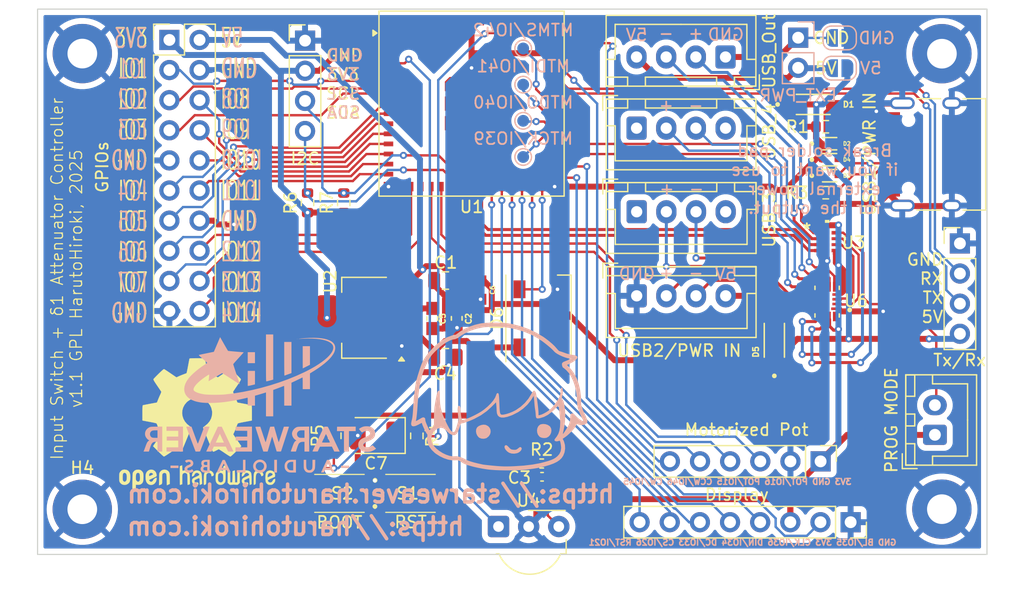
<source format=kicad_pcb>
(kicad_pcb (version 20240108) (generator "pcbnew") (generator_version "8.0")
  (title_block (title "ESP32 Input Switch and δ1 Attenuator Controller") (date "2025-05-07") (rev "1") (company "HarutoHiroki (Starweaver Audio Labs)"))
  (layers (0 "F.Cu" jumper) (31 "B.Cu" signal) (34 "B.Paste" user) (35 "F.Paste" user) (36 "B.SilkS" user "B.Silkscreen") (37 "F.SilkS" user "F.Silkscreen") (38 "B.Mask" user) (39 "F.Mask" user) (44 "Edge.Cuts" user))
  (net 0 "")
  (net 1 "GND")
  (net 2 "Net-(U4-Vs)")
  (net 3 "VCC_3V3")
  (net 4 "Net-(U1-EN)")
  (net 5 "Net-(D1-PadA)")
  (net 6 "Data-")
  (net 7 "Data+")
  (net 8 "RGB")
  (net 10 "Net-(J1-CC2)")
  (net 12 "Net-(J1-CC1)")
  (net 14 "Net-(J2-Pin_3)")
  (net 15 "Net-(J2-Pin_2)")
  (net 16 "SCL")
  (net 17 "SDA")
  (net 18 "Net-(J3-Pin_3)")
  (net 19 "Net-(J3-Pin_2)")
  (net 20 "GPIO5")
  (net 21 "GPIO2")
  (net 22 "GPIO6")
  (net 23 "GPIO4")
  (net 24 "GPIO7")
  (net 25 "GPIO1")
  (net 27 "Net-(J4-Pin_2)")
  (net 29 "Net-(J4-Pin_3)")
  (net 30 "Net-(J5-Pin_3)")
  (net 31 "RX")
  (net 32 "Net-(J5-Pin_2)")
  (net 34 "TX")
  (net 36 "DC{slash}IO33")
  (net 37 "BL{slash}IO36")
  (net 38 "RST{slash}IO26")
  (net 39 "GPIO14")
  (net 40 "DIN{slash}IO34")
  (net 41 "CLK{slash}IO35")
  (net 42 "POT{slash}IO16")
  (net 43 "CCW{slash}IO46")
  (net 44 "CW{slash}IO45")
  (net 45 "POT{slash}IO15")
  (net 46 "GPIO3")
  (net 47 "GPIO13")
  (net 48 "GPIO9")
  (net 49 "GPIO12")
  (net 50 "GPIO11")
  (net 51 "GPIO10")
  (net 52 "GPIO8")
  (net 53 "Net-(U1-IO0)")
  (net 54 "MUX_SW")
  (net 55 "IR_RX")
  (net 56 "SEL2")
  (net 57 "SEL")
  (net 58 "MTCK{slash}IO39")
  (net 59 "MTDO{slash}IO40")
  (net 60 "D-")
  (net 61 "D+")
  (net 62 "Net-(U3-D-)")
  (net 63 "Net-(U3-D+)")
  (net 64 "MTDI{slash}IO41")
  (net 65 "MTMS{slash}IO42")
  (net 66 "VCC_5V")
  (net 67 "Net-(J11-Pin_2)")
  (net 68 "Net-(J11-Pin_1)")
  (net 69 "CS{slash}IO47")
  (net 70 "Net-(J3-Pin_4)")
  (footprint "CC0603KRX7R9BB104:CAPC1608X90" (layer "F.Cu") (at 143.247 103.12 90)
    (property "Reference" "C5")
    (property "Value" "0.1uF")
  )
  (footprint "MountingHole:MountingHole_2.5mm_Pad" (layer "F.Cu") (at 113.757 119.21)
    (property "Reference" "H4")
    (property "Value" "MountingHole_Pad")
  )
  (footprint "PTS810SJK250SMTRLFS:PTS810SJG250SMTRLFS" (layer "F.Cu") (at 141.4245 117.87)
    (property "Reference" "S1")
    (property "Value" "RST")
  )
  (footprint "Capacitor_Tantalum_SMD:CP_EIA-3528-21_Kemet-B" (layer "F.Cu") (at 138.5045 112.99 180)
    (property "Reference" "C7")
    (property "Value" "100uF")
  )
  (footprint "Resistor_SMD:R_0603_1608Metric" (layer "F.Cu") (at 141.947 113.02 90)
    (property "Reference" "R4")
    (property "Value" "10k")
  )
  (footprint "MountingHole:MountingHole_2.5mm_Pad" (layer "F.Cu") (at 186.19 80.79)
    (property "Reference" "H2" (hide yes))
    (property "Value" "MountingHole_Pad")
  )
  (footprint "Connector_JST:JST_XH_B4B-XH-A_1x04_P2.50mm_Vertical" (layer "F.Cu") (at 160.47 94.12)
    (property "Reference" "J4")
    (property "Value" "USB_3")
  )
  (footprint "LESD5D5.0CT1G:TVS_LESD5D5.0CT1G" (layer "F.Cu") (at 176.727 88.38)
    (property "Reference" "D2")
    (property "Value" "LESD5D5.0CT1G")
  )
  (footprint "Resistor_SMD:R_0603_1608Metric" (layer "F.Cu") (at 176.402 86.95 180)
    (property "Reference" "R1")
    (property "Value" "5.1K")
  )
  (footprint "Package_TO_SOT_SMD:SOT-223-3_TabPin2" (layer "F.Cu") (at 137.527 103.06 180)
    (property "Reference" "U2")
    (property "Value" "AMS1117-3.3")
  )
  (footprint "Resistor_SMD:R_0603_1608Metric" (layer "F.Cu") (at 132.737 93.365 90)
    (property "Reference" "R6")
    (property "Value" "4.7K")
  )
  (footprint "Connector_PinHeader_2.54mm:PinHeader_1x04_P2.54mm_Vertical" (layer "F.Cu") (at 187.707 96.79)
    (property "Reference" "J9")
    (property "Value" "Tx/Rx")
  )
  (footprint "Capacitor_SMD:C_0805_2012Metric" (layer "F.Cu") (at 144.357 106.39)
    (property "Reference" "C4")
    (property "Value" "10uF")
  )
  (footprint "Resistor_SMD:R_0603_1608Metric" (layer "F.Cu") (at 176.402 92.51 180)
    (property "Reference" "R3")
    (property "Value" "5.1K")
  )
  (footprint "OptoDevice:Vishay_MOLD-3Pin" (layer "F.Cu") (at 148.827 120.665)
    (property "Reference" "U4")
    (property "Value" "TSOP348xx")
  )
  (footprint "Capacitor_SMD:C_0805_2012Metric" (layer "F.Cu") (at 144.357 99.92 180)
    (property "Reference" "C1")
    (property "Value" "10uF")
  )
  (footprint "LED_SMD:LED_SK6812_PLCC4_5.0x5.0mm_P3.2mm" (layer "F.Cu") (at 152.197 103.11 90)
    (property "Reference" "D6")
    (property "Value" "SK6812")
  )
  (footprint "PTS810SJK250SMTRLFS:PTS810SJG250SMTRLFS" (layer "F.Cu") (at 135.4145 117.87 180)
    (property "Reference" "S2")
    (property "Value" "BOOT")
  )
  (footprint "FSUSB74UMX:QFN40P260X180X55-16N" (layer "F.Cu") (at 176.517 101.7 180)
    (property "Reference" "U6")
    (property "Value" "FSUSB74UMX")
  )
  (footprint "TS3USB221A:RSE10" (layer "F.Cu") (at 176.52 96.6413)
    (property "Reference" "U3")
    (property "Value" "TS3USB221ARSER")
  )
  (footprint "Connector_JST:JST_XH_B2B-XH-A_1x02_P2.50mm_Vertical" (layer "F.Cu") (at 185.6 112.93 90)
    (property "Reference" "J12")
    (property "Value" "PROG MODE")
  )
  (footprint "1N5819HW-7-F:SOD3715X145N" (layer "F.Cu") (at 172.07 104.96 90)
    (property "Reference" "D5")
    (property "Value" "1N5819HW-7-F")
  )
  (footprint "LESD5D5.0CT1G:TVS_LESD5D5.0CT1G" (layer "F.Cu") (at 176.727 89.73)
    (property "Reference" "D4")
    (property "Value" "LESD5D5.0CT1G")
  )
  (footprint "Resistor_SMD:R_0603_1608Metric" (layer "F.Cu") (at 135.787 93.365 90)
    (property "Reference" "R7")
    (property "Value" "4.7K")
  )
  (footprint "1N5819HW-7-F:SOD3715X145N" (layer "F.Cu") (at 175.347 85.07)
    (property "Reference" "D1")
    (property "Value" "1N5819HW-7-F")
  )
  (footprint "Connector_USB:USB_C_Receptacle_HRO_TYPE-C-31-M-12" (layer "F.Cu") (at 185.977 89.28 90)
    (property "Reference" "J1")
    (property "Value" "USB1/PWR IN")
  )
  (footprint "Capacitor_SMD:C_0402_1005Metric" (layer "F.Cu") (at 152.497 116.47 180)
    (property "Reference" "C3")
    (property "Value" "1uF")
  )
  (footprint "LESD5D5.0CT1G:TVS_LESD5D5.0CT1G" (layer "F.Cu") (at 176.727 91.08)
    (property "Reference" "D3")
    (property "Value" "LESD5D5.0CT1G")
  )
  (footprint "CC0603KRX7R9BB104:CAPC1608X90" (layer "F.Cu") (at 145.307 103.11 90)
    (property "Reference" "C2")
    (property "Value" "0.1uF")
  )
  (footprint "MountingHole:MountingHole_2.5mm_Pad" (layer "F.Cu") (at 186.187 119.2)
    (property "Reference" "H3" (hide yes))
    (property "Value" "MountingHole_Pad")
  )
  (footprint "Symbol:OSHW-Logo2_14.6x12mm_SilkScreen" (layer "F.Cu") (at 123.437 112.02)
    (property "Reference" "REF**" (hide yes))
    (property "Value" "OSHW-Logo2_14.6x12mm_SilkScreen" (hide yes))
  )
  (footprint "Connector_PinHeader_2.54mm:PinHeader_1x04_P2.54mm_Vertical" (layer "F.Cu") (at 132.527 79.69)
    (property "Reference" "J6" (hide yes))
    (property "Value" "I2C")
  )
  (footprint "Connector_PinSocket_2.54mm:PinSocket_1x08_P2.54mm_Vertical" (layer "F.Cu") (at 178.497 120.3 -90)
    (property "Reference" "J7")
    (property "Value" "Display")
  )
  (footprint "Connector_JST:JST_XH_B4B-XH-A_1x04_P2.50mm_Vertical" (layer "F.Cu") (at 160.46 87.07)
    (property "Reference" "J5")
    (property "Value" "USB_4")
  )
  (footprint "CL10A106KP8NNNC:CAPC1608X90N" (layer "F.Cu") (at 147.317 100.725 -90)
    (property "Reference" "C6")
    (property "Value" "10uF (NC)")
  )
  (footprint "Resistor_SMD:R_0402_1005Metric" (layer "F.Cu") (at 152.467 115.35)
    (property "Reference" "R2")
    (property "Value" "200R")
  )
  (footprint "Connector_JST:JST_XH_B4B-XH-A_1x04_P2.50mm_Vertical" (layer "F.Cu") (at 167.9556 81.0684 180)
    (property "Reference" "J2")
    (property "Value" "USB_Out")
  )
  (footprint "Resistor_SMD:R_0603_1608Metric" (layer "F.Cu") (at 135.0345 113.01 90)
    (property "Reference" "R5")
    (property "Value" "10k")
  )
  (footprint "RF_Module:ESP32-S2-MINI-1U" (layer "F.Cu") (at 146.557 85)
    (property "Reference" "U1")
    (property "Value" "ESP32-S3-MINI-1U")
  )
  (footprint "MountingHole:MountingHole_2.5mm_Pad" (layer "F.Cu") (at 113.76 80.78)
    (property "Reference" "H1" (hide yes))
    (property "Value" "MountingHole_Pad")
  )
  (footprint "Connector_PinHeader_2.54mm:PinHeader_1x06_P2.54mm_Vertical" (layer "F.Cu") (at 175.967 115.17 -90)
    (property "Reference" "J8")
    (property "Value" "Motorized Pot")
  )
  (footprint "Connector_JST:JST_XH_B4B-XH-A_1x04_P2.50mm_Vertical" (layer "F.Cu") (at 160.47 101.21)
    (property "Reference" "J3")
    (property "Value" "USB2/PWR IN")
  )
  (footprint "Connector_PinHeader_2.54mm:PinHeader_2x10_P2.54mm_Vertical" (layer "F.Cu") (at 121.097 79.63)
    (property "Reference" "J10")
    (property "Value" "GPIOs")
  )
  (footprint "Jumper:SolderJumper-2_P1.3mm_Open_RoundedPad1.0x1.5mm" (layer "B.Cu") (at 177.577 82.01)
    (property "Reference" "JP1")
    (property "Value" "5V")
  )
  (footprint "TestPoint:TestPoint_Pad_D1.0mm" (layer "B.Cu") (at 150.907 83.4)
    (property "Reference" "TP3")
    (property "Value" "MTDI/IO41")
  )
  (footprint "Jumper:SolderJumper-2_P1.3mm_Open_RoundedPad1.0x1.5mm" (layer "B.Cu") (at 177.577 79.46)
    (property "Reference" "JP2")
    (property "Value" "GND")
  )
  (footprint "Connector_PinHeader_2.54mm:PinHeader_1x02_P2.54mm_Vertical" (layer "B.Cu") (at 174.077 79.44 180)
    (property "Reference" "J11")
    (property "Value" "EXT_PWR")
  )
  (footprint "TestPoint:TestPoint_Pad_D1.0mm" (layer "B.Cu") (at 150.907 86.45)
    (property "Reference" "TP2")
    (property "Value" "MTDO/IO40")
  )
  (footprint "LOGO" (layer "B.Cu") (at 148.912118 109.656313 180)
    (property "Reference" "G***" (hide yes))
    (property "Value" "LOGO" (hide yes))
  )
  (footprint "TestPoint:TestPoint_Pad_D1.0mm" (layer "B.Cu") (at 150.907 80.35)
    (property "Reference" "TP4")
    (property "Value" "MTMS/IO42")
  )
  (footprint "LOGO" (layer "B.Cu") (at 128.707 110.3 180)
    (property "Reference" "G***" (hide yes))
    (property "Value" "LOGO" (hide yes))
  )
  (footprint "TestPoint:TestPoint_Pad_D1.0mm" (layer "B.Cu") (at 150.907 89.5)
    (property "Reference" "TP1")
    (property "Value" "MTCK/IO39")
  )
  (gr_rect (start 109.987 77.03) (end 189.987 123.02) (stroke (width 0.1)) (fill none) (layer "Edge.Cuts"))
  (gr_text "5V" (at 160.46 79.21 0) (layer "B.SilkS") (effects (font (size 1 1)) (justify mirror)))
  (gr_text "5V" (at 167.98 99.4 0) (layer "B.SilkS") (effects (font (size 1 1)) (justify mirror)))
  (gr_text "GND BL/IO35 3V3 CLK/IO36 DIN/IO34 DC/IO33 CS/IO26 RST/IO21" (at 169.387 122.3 -0) (layer "B.SilkS") (effects (font (size 0.5 0.5) (thickness 0.125)) (justify bottom mirror)))
  (gr_text "+" (at 165.45 79.05 -0) (layer "B.SilkS") (effects (font (size 1 1)) (justify mirror)))
  (gr_text "-" (at 162.95 79.06 -0) (layer "B.SilkS") (effects (font (size 1 1)) (justify mirror)))
  (gr_text "-" (at 165.51 92.18 -0) (layer "B.SilkS") (effects (font (size 1 1)) (justify mirror)))
  (gr_text "3V3 GND POT/IO16 POT/IO15 CCW/IO46 CW/IO45" (at 168.947 117.18 0) (layer "B.SilkS") (effects (font (size 0.5 0.5) (thickness 0.125)) (justify bottom mirror)))
  (gr_text "+" (at 162.96 85.13 -0) (layer "B.SilkS") (effects (font (size 1 1)) (justify mirror)))
  (gr_text "+" (at 163.01 92.17 -0) (layer "B.SilkS") (effects (font (size 1 1)) (justify mirror)))
  (gr_text "+" (at 162.97 99.26 -0) (layer "B.SilkS") (effects (font (size 1 1)) (justify mirror)))
  (gr_text "-" (at 165.47 99.27 -0) (layer "B.SilkS") (effects (font (size 1 1)) (justify mirror)))
  (gr_text "-" (at 165.46 85.14 -0) (layer "B.SilkS") (effects (font (size 1 1)) (justify mirror)))
  (gr_text "Break solder pad\nif you want to use\nexternal power\nfor the output." (at 175.47 91.38 -0) (layer "B.SilkS") (effects (font (size 1 1)) (justify mirror)))
  (gr_text "GND\n3V3\nSCL\nSDA" (at 134.28 86.34 -0) (layer "B.SilkS") (effects (font (size 1 1)) (justify right bottom mirror)))
  (gr_text "5V\nGND\nIO8\nIO9\nIO10\nIO11\nGND\nIO12\nIO13\nIO14" (at 125.39 103.58 -0) (layer "B.SilkS") (effects (font (size 1.6 1)) (justify right bottom mirror)))
  (gr_text "3V3\nIO1\nIO2\nIO3\nGND\nIO4\nIO5\nIO6\nIO7\nGND\n" (at 119.32 103.63 0) (layer "B.SilkS") (effects (font (size 1.6 1)) (justify left bottom mirror)))
  (gr_text "GND" (at 160.49 99.35 0) (layer "B.SilkS") (effects (font (size 1 1)) (justify mirror)))
  (gr_text "https://harutohiroki.com" (at 146.097 121.53 0) (layer "B.SilkS") (effects (font (size 1.5 1.5) (thickness 0.3) (bold yes)) (justify left bottom mirror)))
  (gr_text "https://starweaver.harutohiroki.com" (at 158.757 118.79 0) (layer "B.SilkS") (effects (font (size 1.5 1.5) (thickness 0.3) (bold yes)) (justify left bottom mirror)))
  (gr_text "GND" (at 167.99 79.18 0) (layer "B.SilkS") (effects (font (size 1 1)) (justify mirror)))
  (gr_text "5V\nGND\nIO8\nIO9\nIO10\nIO11\nGND\nIO12\nIO13\nIO14" (at 125.31 103.59 0) (layer "F.SilkS") (effects (font (size 1.6 1)) (justify left bottom)))
  (gr_text "3V3\nIO1\nIO2\nIO3\nGND\nIO4\nIO5\nIO6\nIO7\nGND\n" (at 119.36 103.59 0) (layer "F.SilkS") (effects (font (size 1.6 1)) (justify right bottom)))
  (gr_text "GND\nRX\nTX\n5V" (at 186.387 103.57 0) (layer "F.SilkS") (effects (font (size 1 1)) (justify right bottom)))
  (gr_text "Input Switch + δ1 Attenuator Controller\nv1.1 GPL HarutoHiroki, 2025" (at 113.827 99.77 90) (layer "F.SilkS") (effects (font (size 1 1) (thickness 0.1)) (justify bottom)))
  (gr_text "GND\n3V3\nSCL\nSDA" (at 134.212 86.34 0) (layer "F.SilkS") (effects (font (size 1 1)) (justify left bottom)))
  (gr_text "GND" (at 176.877 79.46 0) (layer "F.SilkS") (effects (font (size 1 1))))
  (gr_text "5V" (at 176.427 82.01 0) (layer "F.SilkS") (effects (font (size 1 1))))
  (segment (start 181.24 102.5193) (end 177.677 102.5193) (width 0.5) (layer "F.Cu") (net 1))
  (segment (start 176.525 93.4584) (end 175.577 92.51) (width 0.5) (layer "F.Cu") (net 1))
  (segment (start 139.557 78) (end 153.557 78) (width 0.5) (layer "F.Cu") (net 1))
  (segment (start 137.4895 116.795) (end 137.4895 118.945) (width 0.5) (layer "F.Cu") (net 1))
  (segment (start 180.665 86.07) (end 180.665 85.65) (width 0.5) (layer "F.Cu") (net 1))
  (segment (start 143.407 100.3013) (end 143.407 99.92) (width 0.5) (layer "F.Cu") (net 1))
  (segment (start 176.067 91.6317) (end 176.067 91.08) (width 0.5) (layer "F.Cu") (net 1))
  (segment (start 146.14 101.16) (end 144.645 101.16) (width 0.5) (layer "F.Cu") (net 1))
  (segment (start 151.657 78) (end 150.807 78) (width 0.5) (layer "F.Cu") (net 1))
  (segment (start 152.017 120.015) (end 152.017 116.47) (width 0.5) (layer "F.Cu") (net 1))
  (segment (start 175.577 92.51) (end 175.577 92.1217) (width 0.5) (layer "F.Cu") (net 1))
  (segment (start 176.504 98.265764) (end 176.504 98.024) (width 0.5) (layer "F.Cu") (net 1))
  (segment (start 146.557 78) (end 147.407 78) (width 0.5) (layer "F.Cu") (net 1))
  (segment (start 181.772 92.51) (end 181.772 92.665) (width 0.5) (layer "F.Cu") (net 1))
  (segment (start 147.317 101.5) (end 146.48 101.5) (width 0.5) (layer "F.Cu") (net 1))
  (segment (start 144.099 103.97) (end 144.109 103.96) (width 0.5) (layer "F.Cu") (net 1))
  (segment (start 175.577 87.89) (end 176.067 88.38) (width 0.5) (layer "F.Cu") (net 1))
  (segment (start 175.577 86.95) (end 175.577 87.89) (width 0.5) (layer "F.Cu") (net 1))
  (segment (start 144.317 101.4879) (end 144.317 103.8217) (width 0.5) (layer "F.Cu") (net 1))
  (segment (start 142.217 107.65) (end 144.047 107.65) (width 0.5) (layer "F.Cu") (net 1))
  (segment (start 139.557 79.05) (end 139.557 78) (width 0.5) (layer "F.Cu") (net 1))
  (segment (start 140.677 105.36) (end 140.677 105.44) (width 0.5) (layer "F.Cu") (net 1))
  (segment (start 136.967 116.2725) (end 137.4895 116.795) (width 0.5) (layer "F.Cu") (net 1))
  (segment (start 138.407 116.795) (end 137.4895 116.795) (width 0.5) (layer "F.Cu") (net 1))
  (segment (start 141.457 78) (end 142.307 78) (width 0.5) (layer "F.Cu") (net 1))
  (segment (start 152.017 120.015) (end 151.367 120.665) (width 0.5) (layer "F.Cu") (net 1))
  (segment (start 144.907 83.35) (end 148.207 83.35) (width 0.5) (layer "F.Cu") (net 1))
  (segment (start 144.047 107.65) (end 144.6385 107.0585) (width 0.5) (layer "F.Cu") (net 1))
  (segment (start 144.317 103.8217) (end 144.455 103.96) (width 0.5) (layer "F.Cu") (net 1))
  (segment (start 176.067 89.73) (end 175.795 89.4585) (width 0.5) (layer "F.Cu") (net 1))
  (segment (start 148.207 83.35) (end 148.207 86.65) (width 0.5) (layer "F.Cu") (net 1))
  (segment (start 180.665 85.65) (end 180.665 85.59) (width 0.5) (layer "F.Cu") (net 1))
  (segment (start 181.742 86.07) (end 180.665 86.07) (width 0.5) (layer "F.Cu") (net 1))
  (segment (start 150.807 78) (end 149.957 78) (width 0.5) (layer "F.Cu") (net 1))
  (segment (start 126.53 95.19) (end 125.159 95.19) (width 0.5) (layer "F.Cu") (net 1))
  (segment (start 143.247 103.97) (end 144.099 103.97) (width 0.5) (layer "F.Cu") (net 1))
  (segment (start 180.8236 93.4584) (end 176.525 93.4584) (width 0.5) (layer "F.Cu") (net 1))
  (segment (start 186.837 93.64) (end 182.657 93.64) (width 0.5) (layer "F.Cu") (net 1))
  (segment (start 144.6385 107.0585) (end 145.307 106.39) (width 0.5) (layer "F.Cu") (net 1))
  (segment (start 153.557 80.75) (end 153.557 81.6) (width 0.5) (layer "F.Cu") (net 1))
  (segment (start 145.707 78) (end 146.557 78) (width 0.5) (layer "F.Cu") (net 1))
  (segment (start 144.455 101.3496) (end 144.317 101.4879) (width 0.5) (layer "F.Cu") (net 1))
  (segment (start 171.786 92) (end 153.557 92) (width 0.5) (layer "F.Cu") (net 1))
  (segment (start 146.557 80.9528) (end 146.557 81.99) (width 0.5) (layer "F.Cu") (net 1))
  (segment (start 146.557 85) (end 146.557 86.65) (width 0.5) (layer "F.Cu") (net 1))
  (segment (start 139.3495 116.795) (end 139.3495 118.945) (width 0.5) (layer "F.Cu") (net 1))
  (segment (start 176.067 89.003) (end 176.695 89.003) (width 0.5) (layer "F.Cu") (net 1))
  (segment (start 180.665 85.59) (end 181.255 85) (width 0.5) (layer "F.Cu") (net 1))
  (segment (start 172.069 92.2828) (end 171.786 92) (width 0.5) (layer "F.Cu") (net 1))
  (segment (start 172.971 92.2828) (end 172.069 92.2828) (width 0.5) (layer "F.Cu") (net 1))
  (segment (start 140.677 105.44) (end 140.677 106.11) (width 0.5) (layer "F.Cu") (net 1))
  (segment (start 137.4895 118.945) (end 139.3495 118.945) (width 0.5) (layer "F.Cu") (net 1))
  (segment (start 146.557 78) (end 146.557 80.9528) (width 0.5) (layer "F.Cu") (net 1))
  (segment (start 141.457 78) (end 140.607 78) (width 0.5) (layer "F.Cu") (net 1))
  (segment (start 146.48 101.5) (end 146.14 101.16) (width 0.5) (layer "F.Cu") (net 1))
  (segment (start 144.455 103.96) (end 145.307 103.96) (width 0.5) (layer "F.Cu") (net 1))
  (segment (start 144.907 83.35) (end 144.907 86.65) (width 0.5) (layer "F.Cu") (net 1))
  (segment (start 153.557 80.75) (end 146.7598 80.75) (width 0.5) (layer "F.Cu") (net 1))
  (segment (start 175.795 89.4585) (end 176.067 89.187) (width 0.5) (layer "F.Cu") (net 1))
  (segment (start 136.967 112.99) (end 136.967 116.2725) (width 0.5) (layer "F.Cu") (net 1))
  (segment (start 175.795 89.4585) (end 172.971 92.2828) (width 0.5) (layer "F.Cu") (net 1))
  (segment (start 176.067 89.187) (end 176.067 89.003) (width 0.5) (layer "F.Cu") (net 1))
  (segment (start 139.557 92) (end 139.43 92) (width 0.5) (layer "F.Cu") (net 1))
  (segment (start 140.677 106.11) (end 142.217 107.65) (width 0.5) (layer "F.Cu") (net 1))
  (segment (start 144.645 101.16) (end 144.455 101.3496) (width 0.5) (layer "F.Cu") (net 1))
  (segment (start 124.839 94.87) (end 123.637 94.87) (width 0.5) (layer "F.Cu") (net 1))
  (segment (start 181.772 92.665) (end 182.687 93.58) (width 0.5) (layer "F.Cu") (net 1))
  (segment (start 146.557 81.99) (end 146.557 83.35) (width 0.5) (layer "F.Cu") (net 1))
  (segment (start 181.255 85) (end 182.657 85) (width 0.5) (layer "F.Cu") (net 1))
  (segment (start 146.557 85) (end 148.207 85) (width 0.5) (layer "F.Cu") (net 1))
  (segment (start 144.109 103.96) (end 144.455 103.96) (width 0.5) (layer "F.Cu") (net 1))
  (segment (start 145.307 106.39) (end 145.51 106.39) (width 0.5) (layer "F.Cu") (net 1))
  (segment (start 139.557 79.9) (end 139.557 79.05) (width 0.5) (layer "F.Cu") (net 1))
  (segment (start 125.159 95.19) (end 124.839 94.87) (width 0.5) (layer "F.Cu") (net 1))
  (segment (start 152.507 78) (end 151.657 78) (width 0.5) (layer "F.Cu") (net 1))
  (segment (start 143.157 78) (end 142.307 78) (width 0.5) (layer "F.Cu") (net 1))
  (segment (start 148.207 86.65) (end 144.907 86.65) (width 0.5) (layer "F.Cu") (net 1))
  (segment (start 180.8236 93.4584) (end 181.772 92.51) (width 0.5) (layer "F.Cu") (net 1))
  (segment (start 147.507 78) (end 149.107 78) (width 0.5) (layer "F.Cu") (net 1))
  (segment (start 144.907 85) (end 148.207 85) (width 0.5) (layer "F.Cu") (net 1))
  (segment (start 175.577 92.1217) (end 176.067 91.6317) (width 0.5) (layer "F.Cu") (net 1))
  (segment (start 146.7598 80.75) (end 146.557 80.9528) (width 0.5) (layer "F.Cu") (net 1))
  (segment (start 145.707 78) (end 144.857 78) (width 0.5) (layer "F.Cu") (net 1))
  (segment (start 146.557 83.35) (end 146.557 86.65) (width 0.5) (layer "F.Cu") (net 1))
  (segment (start 173.727 86.95) (end 175.577 86.95) (width 0.5) (layer "F.Cu") (net 1))
  (segment (start 139.3495 116.795) (end 138.407 116.795) (width 0.5) (layer "F.Cu") (net 1))
  (segment (start 149.957 78) (end 149.107 78) (width 0.5) (layer "F.Cu") (net 1))
  (segment (start 144.455 101.3496) (end 143.407 100.3013) (width 0.5) (layer "F.Cu") (net 1))
  (segment (start 144.007 78) (end 143.157 78) (width 0.5) (layer "F.Cu") (net 1))
  (segment (start 176.067 89.003) (end 176.067 88.38) (width 0.5) (layer "F.Cu") (net 1))
  (via (at 153.557 92) (size 0.6) (drill 0.3) (layers "F.Cu" "B.Cu") (net 1))
  (via (at 136.967 112.99) (size 0.6) (drill 0.3) (layers "F.Cu" "B.Cu") (net 1))
  (via (at 180.8236 93.4584) (size 0.6) (drill 0.3) (layers "F.Cu" "B.Cu") (net 1))
  (via (at 176.504 98.265764) (size 0.6) (drill 0.3) (layers "F.Cu" "B.Cu") (net 1))
  (via (at 126.53 95.19) (size 0.6) (drill 0.3) (layers "F.Cu" "B.Cu") (net 1))
  (via (at 176.695 89.003) (size 0.6) (drill 0.3) (layers "F.Cu" "B.Cu") (net 1))
  (via (at 139.557 92) (size 0.6) (drill 0.3) (layers "F.Cu" "B.Cu") (net 1))
  (via (at 173.727 86.95) (size 0.6) (drill 0.3) (layers "F.Cu" "B.Cu") (net 1))
  (via (at 146.557 81.99) (size 0.6) (drill 0.3) (layers "F.Cu" "B.Cu") (net 1))
  (via (at 180.665 85.65) (size 0.6) (drill 0.3) (layers "F.Cu" "B.Cu") (net 1))
  (via (at 147.317 101.5) (size 0.6) (drill 0.3) (layers "F.Cu" "B.Cu") (net 1))
  (via (at 145.33 103.9) (size 0.6) (drill 0.3) (layers "F.Cu" "B.Cu") (net 1))
  (via (at 181.24 102.5193) (size 0.6) (drill 0.3) (layers "F.Cu" "B.Cu") (net 1))
  (via (at 144.6385 107.0585) (size 0.6) (drill 0.3) (layers "F.Cu" "B.Cu") (net 1))
  (via (at 138.407 116.795) (size 0.6) (drill 0.3) (layers "F.Cu" "B.Cu") (net 1))
  (via (at 153.797 100.66) (size 0.6) (drill 0.3) (layers "F.Cu" "B.Cu") (net 1))
  (via (at 140.677 105.44) (size 0.6) (drill 0.3) (layers "F.Cu" "B.Cu") (net 1))
  (segment (start 177.312 89.003) (end 180.665 85.65) (width 0.5) (layer "B.Cu") (net 1))
  (segment (start 123.907 81.9) (end 123.637 82.17) (width 0.5) (layer "B.Cu") (net 1))
  (segment (start 176.695 89.003) (end 177.312 89.003) (width 0.5) (layer "B.Cu") (net 1))
  (segment (start 187.7 96.783) (end 187.707 96.79) (width 0.5) (layer "B.Cu") (net 1))
  (segment (start 187.027 93.6) (end 187.037 93.59) (width 0.5) (layer "B.Cu") (net 1))
  (segment (start 182.847 93.6) (end 182.697 93.6) (width 0.5) (layer "B.Cu") (net 1))
  (segment (start 121.7864 102.49) (end 121.097 102.49) (width 0.5) (layer "B.Cu") (net 1))
  (segment (start 182.697 93.6) (end 182.657 93.64) (width 0.5) (layer "B.Cu") (net 1))
  (segment (start 187.0202 93.5188) (end 186.899 93.64) (width 0.5) (layer "B.Cu") (net 1))
  (segment (start 186.837 93.64) (end 186.899 93.64) (width 0.5) (layer "B.Cu") (net 1))
  (segment (start 182.837 93.61) (end 182.847 93.6) (width 0.5) (layer "B.Cu") (net 1))
  (segment (start 186.837 85) (end 187.0202 85.1832) (width 0.5) (layer "B.Cu") (net 1))
  (segment (start 152.977 119.735) (end 153.907 120.665) (width 0.2) (layer "F.Cu") (net 2))
  (segment (start 152.977 116.47) (end 152.977 119.735) (width 0.2) (layer "F.Cu") (net 2))
  (segment (start 152.977 115.35) (end 152.977 116.47) (width 0.2) (layer "F.Cu") (net 2))
  (segment (start 177.2542 97.5802) (end 177.2544 97.58) (width 0.2998) (layer "F.Cu") (net 3))
  (segment (start 141.605 103.06) (end 140.677 103.06) (width 0.5) (layer "F.Cu") (net 3))
  (segment (start 151.957 114.547) (end 148.72 111.31) (width 0.5) (layer "F.Cu") (net 3))
  (segment (start 135.209 80.75) (end 139.557 80.75) (width 0.5) (layer "F.Cu") (net 3))
  (segment (start 177.254 97.6569) (end 177.254 97.58) (width 0.2998) (layer "F.Cu") (net 3))
  (segment (start 140.3611 103.06) (end 140.677 103.06) (width 0.5) (layer "F.Cu") (net 3))
  (segment (start 176.724324 103.770124) (end 176.724324 103.190076) (width 0.2598) (layer "F.Cu") (net 3))
  (segment (start 175.967 115.17) (end 178.197 112.94) (width 0.5) (layer "F.Cu") (net 3))
  (segment (start 177.2542 97.6569) (end 177.2542 97.5802) (width 0.2998) (layer "F.Cu") (net 3))
  (segment (start 177.254 97.6569) (end 177.254 97.63) (width 0.5) (layer "F.Cu") (net 3))
  (segment (start 144.337 105.0197) (end 146.145 105.0197) (width 0.5) (layer "F.Cu") (net 3))
  (segment (start 151.957 114.58) (end 153.358056 114.58) (width 0.5) (layer "F.Cu") (net 3))
  (segment (start 146.145 105.0197) (end 146.6853 105.56) (width 0.5) (layer "F.Cu") (net 3))
  (segment (start 134.377 103.06) (end 134.377 109.8875) (width 0.5) (layer "F.Cu") (net 3))
  (segment (start 135.787 94.19) (end 132.737 94.19) (width 0.5) (layer "F.Cu") (net 3))
  (segment (start 143.407 105.837) (end 140.63 103.06) (width 0.5) (layer "F.Cu") (net 3))
  (segment (start 173.417 118.71) (end 173.417 120.3) (width 0.5) (layer "F.Cu") (net 3))
  (segment (start 143.247 102.27) (end 142.395 102.27) (width 0.5) (layer "F.Cu") (net 3))
  (segment (start 151.957 115.35) (end 151.957 114.58) (width 0.5) (layer "F.Cu") (net 3))
  (segment (start 143.407 105.9494) (end 144.337 105.0197) (width 0.5) (layer "F.Cu") (net 3))
  (segment (start 177.85 99.0087) (end 177.85 100.841) (width 0.5) (layer "F.Cu") (net 3))
  (segment (start 146.6853 105.56) (end 150.597 105.56) (width 0.5) (layer "F.Cu") (net 3))
  (segment (start 151.957 115.35) (end 151.957 114.547) (width 0.5) (layer "F.Cu") (net 3))
  (segment (start 153.94 115.161944) (end 153.94 118.36) (width 0.5) (layer "F.Cu") (net 3))
  (segment (start 185.59 112.94) (end 185.6 112.93) (width 0.5) (layer "F.Cu") (net 3))
  (segment (start 173.417 117.72) (end 175.967 115.17) (width 0.5) (layer "F.Cu") (net 3))
  (segment (start 134.377 103.06) (end 140.3249 103.06) (width 0.5) (layer "F.Cu") (net 3))
  (segment (start 175.967 115.113) (end 175.967 115.17) (width 0.5) (layer "F.Cu") (net 3))
  (segment (start 140.3249 103.06) (end 140.3611 103.06) (width 0.5) (layer "F.Cu") (net 3))
  (segment (start 135.035 112.185) (end 135.855 111.365) (width 0.5) (layer "F.Cu") (net 3))
  (segment (start 177.473 104.0215) (end 177.3917 104.1028) (width 0.25) (layer "F.Cu") (net 3))
  (segment (start 134.405 103.0315) (end 139.573 103.0315) (width 0.5) (layer "F.Cu") (net 3))
  (segment (start 177.254 97.68) (end 177.254 97.6569) (width 0.5) (layer "F.Cu") (net 3))
  (segment (start 153.94 118.36) (end 173.067 118.36) (width 0.5) (layer "F.Cu") (net 3))
  (segment (start 178.197 112.94) (end 185.59 112.94) (width 0.5) (layer "F.Cu") (net 3))
  (segment (start 143.407 106.39) (end 143.407 105.9494) (width 0.5) (layer "F.Cu") (net 3))
  (segment (start 132.527 82.23) (end 133.729 82.23) (width 0.5) (layer "F.Cu") (net 3))
  (segment (start 173.067 118.36) (end 173.417 118.71) (width 0.5) (layer "F.Cu") (net 3))
  (segment (start 177.473 95.241297) (end 177.454297 95.26) (width 0.5) (layer "F.Cu") (net 3))
  (segment (start 177.254 98.4126) (end 177.254 97.68) (width 0.5) (layer "F.Cu") (net 3))
  (segment (start 133.729 82.23) (end 135.209 80.75) (width 0.5) (layer "F.Cu") (net 3))
  (segment (start 177.846 100.841) (end 177.727 100.96) (width 0.5) (layer "F.Cu") (net 3))
  (segment (start 140.3611 103.06) (end 140.3249 103.06) (width 0.5) (layer "F.Cu") (net 3))
  (segment (start 134.377 103.06) (end 134.405 103.0315) (width 0.5) (layer "F.Cu") (net 3))
  (segment (start 177.454297 95.26) (end 176.53 95.26) (width 0.5) (layer "F.Cu") (net 3))
  (segment (start 177.057 104.1028) (end 176.724324 103.770124) (width 0.2598) (layer "F.Cu") (net 3))
  (segment (start 140.63 103.06) (end 140.3611 103.06) (width 0.5) (layer "F.Cu") (net 3))
  (segment (start 135.91 111.31) (end 141.0619 111.31) (width 0.5) (layer "F.Cu") (net 3))
  (segment (start 177.47 113.61) (end 175.967 115.113) (width 0.5) (layer "F.Cu") (net 3))
  (segment (start 135.855 111.365) (end 135.91 111.31) (width 0.5) (layer "F.Cu") (net 3))
  (segment (start 140.3249 103.06) (end 140.151 103.06) (width 0.5) (layer "F.Cu") (net 3))
  (segment (start 148.72 111.31) (end 141.0619 111.31) (width 0.5) (layer "F.Cu") (net 3))
  (segment (start 134.377 109.8875) (end 135.855 111.365) (width 0.5) (layer "F.Cu") (net 3))
  (segment (start 135.0345 112.185) (end 135.035 112.185) (width 0.5) (layer "F.Cu") (net 3))
  (segment (start 139.573 103.0315) (end 139.926 102.6791) (width 0.5) (layer "F.Cu") (net 3))
  (segment (start 177.473 98.6317) (end 177.85 99.0087) (width 0.5) (layer "F.Cu") (net 3))
  (segment (start 173.417 120.3) (end 173.417 117.72) (width 0.5) (layer "F.Cu") (net 3))
  (segment (start 177.85 100.841) (end 177.846 100.841) (width 0.5) (layer "F.Cu") (net 3))
  (segment (start 141.95 112.192) (end 141.947 112.195) (width 0.5) (layer "F.Cu") (net 3))
  (segment (start 153.358056 114.58) (end 153.94 115.161944) (width 0.5) (layer "F.Cu") (net 3))
  (segment (start 177.2542 97.6798) (end 177.2542 97.6569) (width 0.5) (layer "F.Cu") (net 3))
  (segment (start 142.395 102.27) (end 141.605 103.06) (width 0.5) (layer "F.Cu") (net 3))
  (segment (start 177.254 97.63) (end 177.2474 97.63) (width 0.5) (layer "F.Cu") (net 3))
  (segment (start 177.3917 104.1028) (end 177.057 104.1028) (width 0.2598) (layer "F.Cu") (net 3))
  (segment (start 175.97 115.167) (end 175.967 115.17) (width 0.5) (layer "F.Cu") (net 3))
  (segment (start 177.473 98.6317) (end 177.254 98.4126) (width 0.5) (layer "F.Cu") (net 3))
  (segment (start 143.407 105.9494) (end 143.407 105.837) (width 0.5) (layer "F.Cu") (net 3))
  (segment (start 177.254 97.68) (end 177.2542 97.6798) (width 0.5) (layer "F.Cu") (net 3))
  (segment (start 141.95 111.31) (end 141.95 112.192) (width 0.5) (layer "F.Cu") (net 3))
  (via (at 177.473 104.0215) (size 0.6) (drill 0.3) (layers "F.Cu" "B.Cu") (net 3))
  (via (at 134.377 103.06) (size 0.6) (drill 0.3) (layers "F.Cu" "B.Cu") (net 3))
  (via (at 177.473 98.6317) (size 0.6) (drill 0.3) (layers "F.Cu" "B.Cu") (net 3))
  (via (at 177.473 95.241297) (size 0.6) (drill 0.3) (layers "F.Cu" "B.Cu") (net 3))
  (via (at 132.737 94.19) (size 0.6) (drill 0.3) (layers "F.Cu" "B.Cu") (net 3))
  (segment (start 130.27 82.23) (end 132.527 82.23) (width 0.5) (layer "B.Cu") (net 3))
  (segment (start 134.377 103.06) (end 134.377 99.031) (width 0.5) (layer "B.Cu") (net 3))
  (segment (start 132.737 94.19) (end 130.489 91.942) (width 0.5) (layer "B.Cu") (net 3))
  (segment (start 121.097 79.63) (end 122.367 80.9) (width 0.5) (layer "B.Cu") (net 3))
  (segment (start 132.737 97.391) (end 132.737 94.19) (width 0.5) (layer "B.Cu") (net 3))
  (segment (start 177.47 113.667) (end 177.47 113.61) (width 0.5) (layer "B.Cu") (net 3))
  (segment (start 122.367 80.9) (end 128.918 80.9) (width 0.5) (layer "B.Cu") (net 3))
  (segment (start 175.967 115.17) (end 177.47 113.667) (width 0.5) (layer "B.Cu") (net 3))
  (segment (start 177.473 95.241297) (end 177.473 98.6317) (width 0.5) (layer "B.Cu") (net 3))
  (segment (start 128.918 80.9) (end 130.489 82.471) (width 0.5) (layer "B.Cu") (net 3))
  (segment (start 130.259 82.241) (end 130.27 82.23) (width 0.5) (layer "B.Cu") (net 3))
  (segment (start 130.489 91.942) (end 130.489 82.471) (width 0.5) (layer "B.Cu") (net 3))
  (segment (start 177.47 104.0245) (end 177.473 104.0215) (width 0.5) (layer "B.Cu") (net 3))
  (segment (start 177.473 98.6317) (end 177.473 104.0215) (width 0.5) (layer "B.Cu") (net 3))
  (segment (start 177.47 113.61) (end 177.47 104.0245) (width 0.5) (layer "B.Cu") (net 3))
  (segment (start 130.489 82.471) (end 130.259 82.241) (width 0.5) (layer "B.Cu") (net 3))
  (segment (start 134.377 99.031) (end 132.737 97.391) (width 0.5) (layer "B.Cu") (net 3))
  (segment (start 144.326 118.945) (end 144.326 116.795) (width 0.2) (layer "F.Cu") (net 4))
  (segment (start 147.713 79.05) (end 147.655 79.1082) (width 0.2) (layer "F.Cu") (net 4))
  (segment (start 143.4995 118.945) (end 144.326 118.945) (width 0.2) (layer "F.Cu") (net 4))
  (segment (start 140.042 112.99) (end 141.092 112.99) (width 0.2) (layer "F.Cu") (net 4))
  (segment (start 143.74 113.05) (end 142.929 113.05) (width 0.2) (layer "F.Cu") (net 4))
  (segment (start 143.499 118.945) (end 143.4995 118.945) (width 0.2) (layer "F.Cu") (net 4))
  (segment (start 153.557 79.05) (end 147.713 79.05) (width 0.2) (layer "F.Cu") (net 4))
  (segment (start 142.134 116.2566) (end 142.134 113.845) (width 0.2) (layer "F.Cu") (net 4))
  (segment (start 144.326 116.795) (end 143.4995 116.795) (width 0.2) (layer "F.Cu") (net 4))
  (segment (start 142.929 113.05) (end 142.134 113.845) (width 0.2) (layer "F.Cu") (net 4))
  (segment (start 142.134 113.845) (end 141.947 113.845) (width 0.2) (layer "F.Cu") (net 4))
  (segment (start 142.673 116.795) (end 142.134 116.2566) (width 0.2) (layer "F.Cu") (net 4))
  (segment (start 143.4995 116.795) (end 142.673 116.795) (width 0.2) (layer "F.Cu") (net 4))
  (segment (start 141.092 112.99) (end 141.947 113.845) (width 0.2) (layer "F.Cu") (net 4))
  (via (at 147.655 79.1082) (size 0.6) (drill 0.3) (layers "F.Cu" "B.Cu") (net 4))
  (via (at 143.74 113.05) (size 0.6) (drill 0.3) (layers "F.Cu" "B.Cu") (net 4))
  (segment (start 143.75 83.0132) (end 147.655 79.1082) (width 0.2) (layer "B.Cu") (net 4))
  (segment (start 143.74 113.05) (end 143.75 113.04) (width 0.2) (layer "B.Cu") (net 4))
  (segment (start 143.75 113.04) (end 143.75 83.0132) (width 0.2) (layer "B.Cu") (net 4))
  (segment (start 177.027 85.07) (end 178.827 86.87) (width 0.5) (layer "F.Cu") (net 5))
  (segment (start 183.432 90.958) (end 182.62 91.77) (width 0.35) (layer "F.Cu") (net 5))
  (segment (start 176.367 87.36) (end 176.367 85.73) (width 0.3) (layer "F.Cu") (net 5))
  (segment (start 181.742 86.87) (end 182.69 86.87) (width 0.35) (layer "F.Cu") (net 5))
  (segment (start 177.387 88.38) (end 176.367 87.36) (width 0.3) (layer "F.Cu") (net 5))
  (segment (start 176.367 85.73) (end 177.027 85.07) (width 0.3) (layer "F.Cu") (net 5))
  (segment (start 178.827 86.87) (end 181.742 86.87) (width 0.5) (layer "F.Cu") (net 5))
  (segment (start 182.69 86.87) (end 183.432 87.612) (width 0.35) (layer "F.Cu") (net 5))
  (segment (start 182.62 91.77) (end 181.742 91.77) (width 0.35) (layer "F.Cu") (net 5))
  (segment (start 183.432 87.612) (end 183.432 90.958) (width 0.35) (layer "F.Cu") (net 5))
  (segment (start 181.932 89.03) (end 182.907 89.03) (width 0.2) (layer "F.Cu") (net 6))
  (segment (start 182.85 90.03) (end 181.932 90.03) (width 0.2) (layer "F.Cu") (net 6))
  (segment (start 175.91 104.0063) (end 175.257 104.0063) (width 0.25) (layer "F.Cu") (net 6))
  (segment (start 176.317 103.5993) (end 176.317 103.2174) (width 0.25) (layer "F.Cu") (net 6))
  (segment (start 182.907 89.03) (end 182.957 89.08) (width 0.2) (layer "F.Cu") (net 6))
  (segment (start 182.957 89.08) (end 182.957 89.923) (width 0.2) (layer "F.Cu") (net 6))
  (segment (start 177.387 91.08) (end 178.437 90.03) (width 0.2) (layer "F.Cu") (net 6))
  (segment (start 175.25 106.84) (end 179.33 106.84) (width 0.25) (layer "F.Cu") (net 6))
  (segment (start 178.437 90.03) (end 180.1368 90.03) (width 0.2) (layer "F.Cu") (net 6))
  (segment (start 182.957 89.923) (end 182.85 90.03) (width 0.2) (layer "F.Cu") (net 6))
  (segment (start 175.257 104.0063) (end 175.23 104.0333) (width 0.2) (layer "F.Cu") (net 6))
  (segment (start 175.23 106.86) (end 175.25 106.84) (width 0.25) (layer "F.Cu") (net 6))
  (segment (start 180.1368 90.03) (end 181.932 90.03) (width 0.2) (layer "F.Cu") (net 6))
  (segment (start 175.91 104.0063) (end 176.317 103.5993) (width 0.25) (layer "F.Cu") (net 6))
  (via (at 175.23 104.0333) (size 0.6) (drill 0.3) (layers "F.Cu" "B.Cu") (net 6))
  (via (at 179.33 106.84) (size 0.6) (drill 0.3) (layers "F.Cu" "B.Cu") (net 6))
  (via (at 175.23 106.86) (size 0.6) (drill 0.3) (layers "F.Cu" "B.Cu") (net 6))
  (via (at 180.1368 90.03) (size 0.6) (drill 0.3) (layers "F.Cu" "B.Cu") (net 6))
  (segment (start 179.33 106.84) (end 179.34 106.84) (width 0.25) (layer "B.Cu") (net 6))
  (segment (start 179.34 106.84) (end 180.16 106.02) (width 0.25) (layer "B.Cu") (net 6))
  (segment (start 175.23 104.0333) (end 175.23 106.86) (width 0.25) (layer "B.Cu") (net 6))
  (segment (start 180.16 90.0984) (end 180.13 90.0684) (width 0.25) (layer "B.Cu") (net 6))
  (segment (start 180.16 106.02) (end 180.16 90.0984) (width 0.25) (layer "B.Cu") (net 6))
  (segment (start 175.535 103.3796) (end 175.757 103.1574) (width 0.25) (layer "F.Cu") (net 7))
  (segment (start 180.97 89.53) (end 181.932 89.53) (width 0.2) (layer "F.Cu") (net 7))
  (segment (start 175.757 103.1574) (end 175.907 103.0074) (width 0.25) (layer "F.Cu") (net 7))
  (segment (start 181.932 88.53) (end 180.957 88.53) (width 0.2) (layer "F.Cu") (net 7))
  (segment (start 177.387 89.73) (end 178.047 89.07) (width 0.2) (layer "F.Cu") (net 7))
  (segment (start 174.42 106.1459) (end 178.553 106.1459) (width 0.25) (layer "F.Cu") (net 7))
  (segment (start 180.957 88.53) (end 180.907 88.58) (width 0.2) (layer "F.Cu") (net 7))
  (segment (start 178.047 89.07) (end 180.907 89.07) (width 0.2) (layer "F.Cu") (net 7))
  (segment (start 174.43 103.3796) (end 175.535 103.3796) (width 0.25) (layer "F.Cu") (net 7))
  (segment (start 180.907 89.467) (end 180.97 89.53) (width 0.2) (layer "F.Cu") (net 7))
  (segment (start 180.907 88.58) (end 180.907 89.467) (width 0.2) (layer "F.Cu") (net 7))
  (via (at 174.42 106.1459) (size 0.6) (drill 0.3) (layers "F.Cu" "B.Cu") (net 7))
  (via (at 174.43 103.3796) (size 0.6) (drill 0.3) (layers "F.Cu" "B.Cu") (net 7))
  (via (at 179.49 89.08) (size 0.6) (drill 0.3) (layers "F.Cu" "B.Cu") (net 7))
  (via (at 178.553 106.1459) (size 0.6) (drill 0.3) (layers "F.Cu" "B.Cu") (net 7))
  (segment (start 174.43 106.1359) (end 174.43 103.3796) (width 0.25) (layer "B.Cu") (net 7))
  (segment (start 179.494 96.1533) (end 179.494 105.2051) (width 0.25) (layer "B.Cu") (net 7))
  (segment (start 179.494 105.2051) (end 178.553 106.1459) (width 0.25) (layer "B.Cu") (net 7))
  (segment (start 179.494 96.1533) (end 179.494 89.084) (width 0.25) (layer "B.Cu") (net 7))
  (segment (start 174.42 106.1459) (end 174.43 106.1359) (width 0.25) (layer "B.Cu") (net 7))
  (segment (start 179.494 89.084) (end 179.49 89.08) (width 0.2) (layer "B.Cu") (net 7))
  (segment (start 152.51 100.6602) (end 152.5098 100.66) (width 0.2) (layer "F.Cu") (net 8))
  (segment (start 152.507 93.15) (end 152.507 92) (width 0.2) (layer "F.Cu") (net 8))
  (segment (start 152.5098 100.66) (end 150.597 100.66) (width 0.2) (layer "F.Cu") (net 8))
  (via (at 152.507 93.15) (size 0.6) (drill 0.3) (layers "F.Cu" "B.Cu") (net 8))
  (via (at 152.51 100.6602) (size 0.6) (drill 0.3) (layers "F.Cu" "B.Cu") (net 8))
  (segment (start 152.51 93.153) (end 152.507 93.15) (width 0.2) (layer "B.Cu") (net 8))
  (segment (start 152.51 100.6602) (end 152.51 93.153) (width 0.2) (layer "B.Cu") (net 8))
  (segment (start 177.227 86.95) (end 177.847 87.57) (width 0.2) (layer "F.Cu") (net 10))
  (segment (start 177.847 87.57) (end 181.742 87.57) (width 0.2) (layer "F.Cu") (net 10))
  (segment (start 180.5296 90.9574) (end 180.917 90.57) (width 0.2) (layer "F.Cu") (net 12))
  (segment (start 177.227 92.51) (end 178.7796 90.9574) (width 0.2) (layer "F.Cu") (net 12))
  (segment (start 180.917 90.57) (end 181.742 90.57) (width 0.2) (layer "F.Cu") (net 12))
  (segment (start 178.7796 90.9574) (end 180.5296 90.9574) (width 0.2) (layer "F.Cu") (net 12))
  (segment (start 173.73 94.24147) (end 173.73 94.881125) (width 0.25) (layer "F.Cu") (net 14))
  (segment (start 173.73 94.881125) (end 175.240175 96.3913) (width 0.25) (layer "F.Cu") (net 14))
  (segment (start 175.240175 96.3913) (end 175.7926 96.3913) (width 0.25) (layer "F.Cu") (net 14))
  (via (at 173.73 94.24147) (size 0.6) (drill 0.3) (layers "F.Cu" "B.Cu") (net 14))
  (segment (start 167.79 83.02) (end 164.9072 83.02) (width 0.25) (layer "B.Cu") (net 14))
  (segment (start 173.69 88.92) (end 167.79 83.02) (width 0.25) (layer "B.Cu") (net 14))
  (segment (start 164.9072 83.02) (end 162.9556 81.0684) (width 0.25) (layer "B.Cu") (net 14))
  (segment (start 173.73 94.24147) (end 173.69 94.20147) (width 0.25) (layer "B.Cu") (net 14))
  (segment (start 163.639035 81.0684) (end 162.9556 81.0684) (width 0.2) (layer "B.Cu") (net 14))
  (segment (start 173.69 94.20147) (end 173.69 88.92) (width 0.25) (layer "B.Cu") (net 14))
  (segment (start 175.37657 95.891299) (end 175.7926 95.891299) (width 0.25) (layer "F.Cu") (net 15))
  (segment (start 174.355 93.982586) (end 174.355 94.869729) (width 0.25) (layer "F.Cu") (net 15))
  (segment (start 174.355 94.869729) (end 175.37657 95.891299) (width 0.25) (layer "F.Cu") (net 15))
  (segment (start 174.315 93.942586) (end 174.355 93.982586) (width 0.25) (layer "F.Cu") (net 15))
  (segment (start 174.315 93.68901) (end 174.315 93.942586) (width 0.25) (layer "F.Cu") (net 15))
  (via (at 174.315 93.68901) (size 0.6) (drill 0.3) (layers "F.Cu" "B.Cu") (net 15))
  (segment (start 174.315 93.68901) (end 174.28 93.65401) (width 0.25) (layer "B.Cu") (net 15))
  (segment (start 174.28 93.65401) (end 174.28 88.54) (width 0.25) (layer "B.Cu") (net 15))
  (segment (start 166.7556 82.3684) (end 165.4556 81.0684) (width 0.25) (layer "B.Cu") (net 15))
  (segment (start 168.1084 82.3684) (end 166.7556 82.3684) (width 0.25) (layer "B.Cu") (net 15))
  (segment (start 174.28 88.54) (end 168.1084 82.3684) (width 0.25) (layer "B.Cu") (net 15))
  (segment (start 140.8176 89.3657) (end 143.774 89.3657) (width 0.2) (layer "F.Cu") (net 16))
  (segment (start 140.817369 89.365931) (end 140.8176 89.3657) (width 0.2) (layer "F.Cu") (net 16))
  (segment (start 145.707 91.2983) (end 145.707 92) (width 0.2) (layer "F.Cu") (net 16))
  (segment (start 143.774 89.3657) (end 145.707 91.2983) (width 0.2) (layer "F.Cu") (net 16))
  (via (at 135.787 92.54) (size 0.6) (drill 0.3) (layers "F.Cu" "B.Cu") (net 16))
  (via (at 140.817369 89.365931) (size 0.6) (drill 0.3) (layers "F.Cu" "B.Cu") (net 16))
  (segment (start 139.884069 89.365931) (end 140.817369 89.365931) (width 0.2) (layer "B.Cu") (net 16))
  (segment (start 133.985 86.705) (end 132.527 85.247) (width 0.2) (layer "B.Cu") (net 16))
  (segment (start 132.527 85.247) (end 132.527 84.77) (width 0.2) (layer "B.Cu") (net 16))
  (segment (start 134.43 92.54) (end 133.985 92.095) (width 0.2) (layer "B.Cu") (net 16))
  (segment (start 133.985 92.095) (end 133.985 86.705) (width 0.2) (layer "B.Cu") (net 16))
  (segment (start 135.787 92.54) (end 136.71 92.54) (width 0.2) (layer "B.Cu") (net 16))
  (segment (start 136.71 92.54) (end 139.884069 89.365931) (width 0.2) (layer "B.Cu") (net 16))
  (segment (start 135.787 92.54) (end 134.43 92.54) (width 0.2) (layer "B.Cu") (net 16))
  (segment (start 144.153 90.5945) (end 144.857 91.2983) (width 0.2) (layer "F.Cu") (net 17))
  (segment (start 140.8176 90.5945) (end 144.153 90.5945) (width 0.2) (layer "F.Cu") (net 17))
  (segment (start 144.857 91.2983) (end 144.857 92) (width 0.2) (layer "F.Cu") (net 17))
  (via (at 132.737 92.54) (size 0.6) (drill 0.3) (layers "F.Cu" "B.Cu") (net 17))
  (via (at 140.8176 90.5945) (size 0.6) (drill 0.3) (layers "F.Cu" "B.Cu") (net 17))
  (segment (start 133.237 93.24) (end 132.527 92.53) (width 0.2) (layer "B.Cu") (net 17))
  (segment (start 136.84 93.24) (end 133.237 93.24) (width 0.2) (layer "B.Cu") (net 17))
  (segment (start 132.727 92.53) (end 132.737 92.54) (width 0.2) (layer "B.Cu") (net 17))
  (segment (start 132.527 92.53) (end 132.727 92.53) (width 0.2) (layer "B.Cu") (net 17))
  (segment (start 140.8176 90.5945) (end 139.4855 90.5945) (width 0.2) (layer "B.Cu") (net 17))
  (segment (start 132.527 91.5955) (end 132.527 92.53) (width 0.2) (layer "B.Cu") (net 17))
  (segment (start 139.4855 90.5945) (end 136.84 93.24) (width 0.2) (layer "B.Cu") (net 17))
  (segment (start 132.527 87.31) (end 132.527 91.5955) (width 0.2) (layer "B.Cu") (net 17))
  (segment (start 166.77 99.91) (end 170.21 99.91) (width 0.25) (layer "F.Cu") (net 18))
  (segment (start 170.21 99.91) (end 172.6 102.3) (width 0.25) (layer "F.Cu") (net 18))
  (segment (start 172.6 102.3) (end 175.507 102.3) (width 0.25) (layer "F.Cu") (net 18))
  (segment (start 165.47 101.21) (end 166.77 99.91) (width 0.25) (layer "F.Cu") (net 18))
  (segment (start 172.84 101.9) (end 175.667 101.9) (width 0.25) (layer "F.Cu") (net 19))
  (segment (start 162.97 101.21) (end 164.83 99.35) (width 0.25) (layer "F.Cu") (net 19))
  (segment (start 164.83 99.35) (end 170.29 99.35) (width 0.25) (layer "F.Cu") (net 19))
  (segment (start 170.29 99.35) (end 172.84 101.9) (width 0.25) (layer "F.Cu") (net 19))
  (segment (start 128.931508 88.601508) (end 129.4474 89.1174) (width 0.2) (layer "F.Cu") (net 20))
  (segment (start 126.570849 88.601508) (end 128.931508 88.601508) (width 0.2) (layer "F.Cu") (net 20))
  (segment (start 126.5 88.672357) (end 126.570849 88.601508) (width 0.2) (layer "F.Cu") (net 20))
  (segment (start 135.565542 89.1174) (end 138.832942 85.85) (width 0.2) (layer "F.Cu") (net 20))
  (segment (start 129.4474 89.1174) (end 135.565542 89.1174) (width 0.2) (layer "F.Cu") (net 20))
  (segment (start 138.832942 85.85) (end 139.557 85.85) (width 0.2) (layer "F.Cu") (net 20))
  (via (at 126.5 88.672357) (size 0.6) (drill 0.3) (layers "F.Cu" "B.Cu") (net 20))
  (segment (start 126.5 89.32) (end 124.787 91.033) (width 0.2) (layer "B.Cu") (net 20))
  (segment (start 126.5 88.672357) (end 126.5 89.32) (width 0.2) (layer "B.Cu") (net 20))
  (segment (start 122.2487 93.7183) (end 121.097 94.87) (width 0.2) (layer "B.Cu") (net 20))
  (segment (start 123.875046 93.7183) (end 122.2487 93.7183) (width 0.2) (layer "B.Cu") (net 20))
  (segment (start 124.787 91.033) (end 124.787 92.806346) (width 0.2) (layer "B.Cu") (net 20))
  (segment (start 124.787 92.806346) (end 123.875046 93.7183) (width 0.2) (layer "B.Cu") (net 20))
  (segment (start 121.9608 84.71) (end 123.114 83.5568) (width 0.2) (layer "F.Cu") (net 21))
  (segment (start 138.428 83.7272) (end 138.855 83.3) (width 0.2) (layer "F.Cu") (net 21))
  (segment (start 123.114 83.5568) (end 124.693 83.5568) (width 0.2) (layer "F.Cu") (net 21))
  (segment (start 124.8662 83.73) (end 131.4398 83.73) (width 0.2) (layer "F.Cu") (net 21))
  (segment (start 131.4398 83.73) (end 131.613 83.5568) (width 0.2) (layer "F.Cu") (net 21))
  (segment (start 131.613 83.5568) (end 133.458271 83.5568) (width 0.2) (layer "F.Cu") (net 21))
  (segment (start 133.458271 83.5568) (end 133.628671 83.7272) (width 0.2) (layer "F.Cu") (net 21))
  (segment (start 121.097 84.71) (end 121.9608 84.71) (width 0.2) (layer "F.Cu") (net 21))
  (segment (start 138.855 83.3) (end 139.557 83.3) (width 0.2) (layer "F.Cu") (net 21))
  (segment (start 124.693 83.5568) (end 124.8662 83.73) (width 0.2) (layer "F.Cu") (net 21))
  (segment (start 133.628671 83.7272) (end 138.428 83.7272) (width 0.2) (layer "F.Cu") (net 21))
  (segment (start 135.731228 89.5174) (end 138.548628 86.7) (width 0.2) (layer "F.Cu") (net 22))
  (segment (start 127.182408 89.1191) (end 128.7391 89.1191) (width 0.2) (layer "F.Cu") (net 22))
  (segment (start 138.548628 86.7) (end 139.557 86.7) (width 0.2) (layer "F.Cu") (net 22))
  (segment (start 127.1 89.201508) (end 127.182408 89.1191) (width 0.2) (layer "F.Cu") (net 22))
  (segment (start 128.7391 89.1191) (end 129.1374 89.5174) (width 0.2) (layer "F.Cu") (net 22))
  (segment (start 129.1374 89.5174) (end 135.731228 89.5174) (width 0.2) (layer "F.Cu") (net 22))
  (via (at 127.1 89.201508) (size 0.6) (drill 0.3) (layers "F.Cu" "B.Cu") (net 22))
  (segment (start 122.2487 96.2583) (end 121.097 97.41) (width 0.2) (layer "B.Cu") (net 22))
  (segment (start 125.187 94.946346) (end 123.875046 96.2583) (width 0.2) (layer "B.Cu") (net 22))
  (segment (start 127.1 89.5) (end 125.187 91.413) (width 0.2) (layer "B.Cu") (net 22))
  (segment (start 123.875046 96.2583) (end 122.2487 96.2583) (width 0.2) (layer "B.Cu") (net 22))
  (segment (start 127.1 89.201508) (end 127.1 89.5) (width 0.2) (layer "B.Cu") (net 22))
  (segment (start 125.187 91.413) (end 125.187 94.946346) (width 0.2) (layer "B.Cu") (net 22))
  (segment (start 129.7874 88.7174) (end 135.399856 88.7174) (width 0.2) (layer "F.Cu") (net 23))
  (segment (start 125.9 88.08) (end 125.907643 88.072357) (width 0.2) (layer "F.Cu") (net 23))
  (segment (start 135.399856 88.7174) (end 139.117256 85) (width 0.2) (layer "F.Cu") (net 23))
  (segment (start 125.907643 88.072357) (end 129.142357 88.072357) (width 0.2) (layer "F.Cu") (net 23))
  (segment (start 139.117256 85) (end 139.557 85) (width 0.2) (layer "F.Cu") (net 23))
  (segment (start 129.142357 88.072357) (end 129.7874 88.7174) (width 0.2) (layer "F.Cu") (net 23))
  (via (at 125.9 88.08) (size 0.6) (drill 0.3) (layers "F.Cu" "B.Cu") (net 23))
  (segment (start 122.2487 91.1783) (end 121.097 92.33) (width 0.2) (layer "B.Cu") (net 23))
  (segment (start 125.9 88.08) (end 125.9 89.1883) (width 0.2) (layer "B.Cu") (net 23))
  (segment (start 125.9 89.1883) (end 123.91 91.1783) (width 0.2) (layer "B.Cu") (net 23))
  (segment (start 123.91 91.1783) (end 122.2487 91.1783) (width 0.2) (layer "B.Cu") (net 23))
  (segment (start 127.71 89.7191) (end 128.4791 89.7191) (width 0.2) (layer "F.Cu") (net 24))
  (segment (start 135.896914 89.9174) (end 138.264314 87.55) (width 0.2) (layer "F.Cu") (net 24))
  (segment (start 138.264314 87.55) (end 139.557 87.55) (width 0.2) (layer "F.Cu") (net 24))
  (segment (start 128.6774 89.9174) (end 135.896914 89.9174) (width 0.2) (layer "F.Cu") (net 24))
  (segment (start 128.4791 89.7191) (end 128.6774 89.9174) (width 0.2) (layer "F.Cu") (net 24))
  (via (at 127.71 89.7191) (size 0.6) (drill 0.3) (layers "F.Cu" "B.Cu") (net 24))
  (segment (start 124.173 98.5617) (end 122.4853 98.5617) (width 0.2) (layer "B.Cu") (net 24))
  (segment (start 125.587 97.1477) (end 124.173 98.5617) (width 0.2) (layer "B.Cu") (net 24))
  (segment (start 125.587 91.803) (end 125.587 97.1477) (width 0.2) (layer "B.Cu") (net 24))
  (segment (start 127.71 89.7191) (end 127.6709 89.7191) (width 0.2) (layer "B.Cu") (net 24))
  (segment (start 127.6709 89.7191) (end 125.587 91.803) (width 0.2) (layer "B.Cu") (net 24))
  (segment (start 122.4853 98.5617) (end 121.097 99.95) (width 0.2) (layer "B.Cu") (net 24))
  (segment (start 125.119908 83.0801) (end 131.239 83.0801) (width 0.2) (layer "F.Cu") (net 25))
  (segment (start 125.094685 83.105323) (end 125.119908 83.0801) (width 0.2) (layer "F.Cu") (net 25))
  (segment (start 133.8692 83.0808) (end 138.225 83.0808) (width 0.2) (layer "F.Cu") (net 25))
  (segment (start 133.85 83.1) (end 133.8692 83.0808) (width 0.2) (layer "F.Cu") (net 25))
  (segment (start 138.225 83.0808) (end 138.855 82.45) (width 0.2) (layer "F.Cu") (net 25))
  (segment (start 138.855 82.45) (end 139.557 82.45) (width 0.2) (layer "F.Cu") (net 25))
  (via (at 125.094685 83.105323) (size 0.6) (drill 0.3) (layers "F.Cu" "B.Cu") (net 25))
  (via (at 131.239 83.0801) (size 0.6) (drill 0.3) (layers "F.Cu" "B.Cu") (net 25))
  (via (at 133.85 83.1) (size 0.6) (drill 0.3) (layers "F.Cu" "B.Cu") (net 25))
  (segment (start 133.5453 83.4047) (end 131.564 83.4047) (width 0.2) (layer "B.Cu") (net 25))
  (segment (start 123.132 83.3217) (end 121.9803 82.17) (width 0.2) (layer "B.Cu") (net 25))
  (segment (start 133.85 83.1) (end 133.5453 83.4047) (width 0.2) (layer "B.Cu") (net 25))
  (segment (start 121.9803 82.17) (end 121.097 82.17) (width 0.2) (layer "B.Cu") (net 25))
  (segment (start 124.878308 83.3217) (end 123.132 83.3217) (width 0.2) (layer "B.Cu") (net 25))
  (segment (start 131.564 83.4047) (end 131.239 83.0801) (width 0.2) (layer "B.Cu") (net 25))
  (segment (start 125.094685 83.105323) (end 124.878308 83.3217) (width 0.2) (layer "B.Cu") (net 25))
  (segment (start 173.08 101.5) (end 175.667 101.5) (width 0.25) (layer "F.Cu") (net 27))
  (segment (start 162.97 98.73) (end 170.31 98.73) (width 0.25) (layer "F.Cu") (net 27))
  (segment (start 170.31 98.73) (end 173.08 101.5) (width 0.25) (layer "F.Cu") (net 27))
  (via (at 162.97 98.73) (size 0.6) (drill 0.3) (layers "F.Cu" "B.Cu") (net 27))
  (segment (start 162.97 94.12) (end 162.97 98.73) (width 0.25) (layer "B.Cu") (net 27))
  (segment (start 165.47 98.015) (end 165.475 98.02) (width 0.25) (layer "F.Cu") (net 29))
  (segment (start 170.24 98.02) (end 173.32 101.1) (width 0.25) (layer "F.Cu") (net 29))
  (segment (start 165.475 98.02) (end 170.24 98.02) (width 0.25) (layer "F.Cu") (net 29))
  (segment (start 173.32 101.1) (end 175.667 101.1) (width 0.25) (layer "F.Cu") (net 29))
  (via (at 165.47 98.015) (size 0.6) (drill 0.3) (layers "F.Cu" "B.Cu") (net 29))
  (segment (start 165.47 94.12) (end 165.47 98.015) (width 0.25) (layer "B.Cu") (net 29))
  (segment (start 175.326348 99.77) (end 174.166942 99.77) (width 0.25) (layer "F.Cu") (net 30))
  (segment (start 176.252 99.77) (end 176.317 99.835) (width 0.25) (layer "F.Cu") (net 30))
  (segment (start 174.166942 99.77) (end 173.786942 99.39) (width 0.25) (layer "F.Cu") (net 30))
  (segment (start 176.317 99.835) (end 176.317 100.45) (width 0.25) (layer "F.Cu") (net 30))
  (segment (start 175.326348 99.77) (end 176.252 99.77) (width 0.25) (layer "F.Cu") (net 30))
  (via (at 173.786942 99.39) (size 0.6) (drill 0.3) (layers "F.Cu" "B.Cu") (net 30))
  (segment (start 173.786942 99.39) (end 173.786942 96.616942) (width 0.2) (layer "B.Cu") (net 30))
  (segment (start 172.16 94.99) (end 172.16 90.590711) (width 0.2) (layer "B.Cu") (net 30))
  (segment (start 173.786942 96.616942) (end 172.16 94.99) (width 0.2) (layer "B.Cu") (net 30))
  (segment (start 170.029289 88.46) (end 166.85 88.46) (width 0.2) (layer "B.Cu") (net 30))
  (segment (start 172.16 90.590711) (end 170.029289 88.46) (width 0.2) (layer "B.Cu") (net 30))
  (segment (start 166.85 88.46) (end 165.46 87.07) (width 0.2) (layer "B.Cu") (net 30))
  (segment (start 154.259 83.3) (end 153.557 83.3) (width 0.2) (layer "F.Cu") (net 31))
  (segment (start 154.709 83.75) (end 154.259 83.3) (width 0.2) (layer "F.Cu") (net 31))
  (segment (start 184.291449 83.75) (end 154.709 83.75) (width 0.2) (layer "F.Cu") (net 31))
  (segment (start 184.861019 84.31957) (end 184.291449 83.75) (width 0.2) (layer "F.Cu") (net 31))
  (via (at 184.861019 84.31957) (size 0.6) (drill 0.3) (layers "F.Cu" "B.Cu") (net 31))
  (segment (start 184.861019 84.31957) (end 185.6 85.058551) (width 0.2) (layer "B.Cu") (net 31))
  (segment (start 185.6 85.058551) (end 185.6 97.223) (width 0.2) (layer "B.Cu") (net 31))
  (segment (start 185.6 97.223) (end 187.707 99.33) (width 0.2) (layer "B.Cu") (net 31))
  (segment (start 175.09 100.45) (end 175.917 100.45) (width 0.25) (layer "F.Cu") (net 32))
  (segment (start 173.553884 100.45) (end 173.186942 100.083058) (width 0.25) (layer "F.Cu") (net 32))
  (segment (start 175.09 100.45) (end 173.553884 100.45) (width 0.25) (layer "F.Cu") (net 32))
  (via (at 173.186942 100.083058) (size 0.6) (drill 0.3) (layers "F.Cu" "B.Cu") (net 32))
  (segment (start 171.66 90.85) (end 169.78 88.97) (width 0.2) (layer "B.Cu") (net 32))
  (segment (start 173.186942 96.746942) (end 171.66 95.22) (width 0.2) (layer "B.Cu") (net 32))
  (segment (start 171.66 95.22) (end 171.66 90.85) (width 0.2) (layer "B.Cu") (net 32))
  (segment (start 173.186942 100.083058) (end 173.186942 96.746942) (width 0.2) (layer "B.Cu") (net 32))
  (segment (start 169.78 88.97) (end 164.86 88.97) (width 0.2) (layer "B.Cu") (net 32))
  (segment (start 164.86 88.97) (end 162.96 87.07) (width 0.2) (layer "B.Cu") (net 32))
  (segment (start 183.84292 84.15) (end 153.557 84.15) (width 0.2) (layer "F.Cu") (net 34))
  (segment (start 184.86146 85.16854) (end 183.84292 84.15) (width 0.2) (layer "F.Cu") (net 34))
  (via (at 184.86146 85.16854) (size 0.6) (drill 0.3) (layers "F.Cu" "B.Cu") (net 34))
  (segment (start 185.2 97.388686) (end 186.557 98.745686) (width 0.2) (layer "B.Cu") (net 34))
  (segment (start 185.2 85.50708) (end 185.2 97.388686) (width 0.2) (layer "B.Cu") (net 34))
  (segment (start 184.86146 85.16854) (end 185.2 85.50708) (width 0.2) (layer "B.Cu") (net 34))
  (segment (start 186.557 98.745686) (end 186.557 100.72) (width 0.2) (layer "B.Cu") (net 34))
  (segment (start 186.557 100.72) (end 187.707 101.87) (width 0.2) (layer "B.Cu") (net 34))
  (segment (start 150.807 93.16) (end 150.807 92) (width 0.2) (layer "F.Cu") (net 36))
  (via (at 150.807 93.16) (size 0.6) (drill 0.3) (layers "F.Cu" "B.Cu") (net 36))
  (segment (start 164.883346 120.3) (end 165.797 120.3) (width 0.2) (layer "B.Cu") (net 36))
  (segment (start 150.81 93.163) (end 150.81 106.31) (width 0.2) (layer "B.Cu") (net 36))
  (segment (start 150.807 93.16) (end 150.81 93.163) (width 0.2) (layer "B.Cu") (net 36))
  (segment (start 150.81 106.31) (end 163.65 119.15) (width 0.2) (layer "B.Cu") (net 36))
  (segment (start 163.733346 119.15) (end 164.883346 120.3) (width 0.2) (layer "B.Cu") (net 36))
  (segment (start 163.65 119.15) (end 163.733346 119.15) (width 0.2) (layer "B.Cu") (net 36))
  (segment (start 154.28 90.1) (end 153.557 90.1) (width 0.2) (layer "F.Cu") (net 37))
  (segment (start 156.27 90.3) (end 154.48 90.3) (width 0.2) (layer "F.Cu") (net 37))
  (segment (start 154.48 90.3) (end 154.28 90.1) (width 0.2) (layer "F.Cu") (net 37))
  (via (at 156.27 90.3) (size 0.6) (drill 0.3) (layers "F.Cu" "B.Cu") (net 37))
  (segment (start 156.27 109.8) (end 156.27 90.3) (width 0.2) (layer "B.Cu") (net 37))
  (segment (start 164.42 117.95) (end 156.27 109.8) (width 0.2) (layer "B.Cu") (net 37))
  (segment (start 175.957 120.3) (end 174.807 121.45) (width 0.2) (layer "B.Cu") (net 37))
  (segment (start 172.18 119.976654) (end 170.153346 117.95) (width 0.2) (layer "B.Cu") (net 37))
  (segment (start 170.153346 117.95) (end 164.42 117.95) (width 0.2) (layer "B.Cu") (net 37))
  (segment (start 174.807 121.45) (end 172.940654 121.45) (width 0.2) (layer "B.Cu") (net 37))
  (segment (start 172.18 120.689346) (end 172.18 119.976654) (width 0.2) (layer "B.Cu") (net 37))
  (segment (start 172.940654 121.45) (end 172.18 120.689346) (width 0.2) (layer "B.Cu") (net 37))
  (segment (start 149.107 93.16) (end 149.107 92) (width 0.2) (layer "F.Cu") (net 38))
  (via (at 149.107 93.16) (size 0.6) (drill 0.3) (layers "F.Cu" "B.Cu") (net 38))
  (segment (start 149.107 105.937) (end 160.717 117.547) (width 0.2) (layer "B.Cu") (net 38))
  (segment (start 160.717 117.547) (end 160.717 120.3) (width 0.2) (layer "B.Cu") (net 38))
  (segment (start 149.107 93.16) (end 149.107 105.937) (width 0.2) (layer "B.Cu") (net 38))
  (segment (start 127.036 97.5) (end 141.13 97.5) (width 0.2) (layer "F.Cu") (net 39))
  (segment (start 124.841 99.695) (end 127.036 97.5) (width 0.2) (layer "F.Cu") (net 39))
  (segment (start 123.637 102.49) (end 124.841 101.286) (width 0.2) (layer "F.Cu") (net 39))
  (segment (start 141.13 97.5) (end 142.307 96.323) (width 0.2) (layer "F.Cu") (net 39))
  (segment (start 142.307 96.323) (end 142.307 92) (width 0.2) (layer "F.Cu") (net 39))
  (segment (start 124.841 101.286) (end 124.841 99.695) (width 0.2) (layer "F.Cu") (net 39))
  (segment (start 151.657 93.5685) (end 151.657 92) (width 0.2) (layer "F.Cu") (net 40))
  (via (at 151.657 93.5685) (size 0.6) (drill 0.3) (layers "F.Cu" "B.Cu") (net 40))
  (segment (start 166.787 118.75) (end 168.337 120.3) (width 0.2) (layer "B.Cu") (net 40))
  (segment (start 151.66 93.5715) (end 151.66 106.51) (width 0.2) (layer "B.Cu") (net 40))
  (segment (start 151.657 93.5685) (end 151.66 93.5715) (width 0.2) (layer "B.Cu") (net 40))
  (segment (start 151.66 106.51) (end 163.9 118.75) (width 0.2) (layer "B.Cu") (net 40))
  (segment (start 163.9 118.75) (end 166.787 118.75) (width 0.2) (layer "B.Cu") (net 40))
  (segment (start 154.259 90.95) (end 153.557 90.95) (width 0.2) (layer "F.Cu") (net 41))
  (segment (start 155.4128 91.25) (end 154.559 91.25) (width 0.2) (layer "F.Cu") (net 41))
  (segment (start 154.559 91.25) (end 154.259 90.95) (width 0.2) (layer "F.Cu") (net 41))
  (via (at 155.4128 91.25) (size 0.6) (drill 0.3) (layers "F.Cu" "B.Cu") (net 41))
  (segment (start 164.16 118.35) (end 168.927 118.35) (width 0.2) (layer "B.Cu") (net 41))
  (segment (start 155.4128 91.25) (end 155.4128 109.6028) (width 0.2) (layer "B.Cu") (net 41))
  (segment (start 155.4128 109.6028) (end 164.16 118.35) (width 0.2) (layer "B.Cu") (net 41))
  (segment (start 168.927 118.35) (end 170.877 120.3) (width 0.2) (layer "B.Cu") (net 41))
  (segment (start 159.59 104.55) (end 158.85 103.81) (width 0.2) (layer "F.Cu") (net 42))
  (segment (start 158.85 98.63) (end 157.02 96.8) (width 0.2) (layer "F.Cu") (net 42))
  (segment (start 157.02 96.8) (end 144.76 96.8) (width 0.2) (layer "F.Cu") (net 42))
  (segment (start 144.007 96.047) (end 144.007 92) (width 0.2) (layer "F.Cu") (net 42))
  (segment (start 158.85 103.81) (end 158.85 98.63) (width 0.2) (layer "F.Cu") (net 42))
  (segment (start 144.76 96.8) (end 144.007 96.047) (width 0.2) (layer "F.Cu") (net 42))
  (via (at 159.59 104.55) (size 0.6) (drill 0.3) (layers "F.Cu" "B.Cu") (net 42))
  (segment (start 168.807 113.09) (end 170.887 115.17) (width 0.2) (layer "B.Cu") (net 42))
  (segment (start 162.28 113.09) (end 168.807 113.09) (width 0.2) (layer "B.Cu") (net 42))
  (segment (start 159.59 104.55) (end 159.59 110.4) (width 0.2) (layer "B.Cu") (net 42))
  (segment (start 159.59 110.4) (end 162.28 113.09) (width 0.2) (layer "B.Cu") (net 42))
  (segment (start 158.453 80.1582) (end 158.195 79.9) (width 0.2) (layer "F.Cu") (net 43))
  (segment (start 158.195 79.9) (end 153.557 79.9) (width 0.2) (layer "F.Cu") (net 43))
  (via (at 158.453 80.1582) (size 0.6) (drill 0.3) (layers "F.Cu" "B.Cu") (net 43))
  (segment (start 157.97 80.6412) (end 158.453 80.1582) (width 0.2) (layer "B.Cu") (net 43))
  (segment (start 164.657 114.02) (end 161.87 114.02) (width 0.2) (layer "B.Cu") (net 43))
  (segment (start 157.97 110.12) (end 157.97 80.6412) (width 0.2) (layer "B.Cu") (net 43))
  (segment (start 161.87 114.02) (end 157.97 110.12) (width 0.2) (layer "B.Cu") (net 43))
  (segment (start 165.807 115.17) (end 164.657 114.02) (width 0.2) (layer "B.Cu") (net 43))
  (segment (start 153.557 82.45) (end 154.589 82.45) (width 0.2) (layer "F.Cu") (net 44))
  (segment (start 154.589 82.45) (end 155.174 83.0348) (width 0.2) (layer "F.Cu") (net 44))
  (via (at 155.174 83.0348) (size 0.6) (drill 0.3) (layers "F.Cu" "B.Cu") (net 44))
  (segment (start 163.267 115.17) (end 162.34 115.17) (width 0.2) (layer "B.Cu") (net 44))
  (segment (start 157.14 85.0008) (end 155.174 83.0348) (width 0.2) (layer "B.Cu") (net 44))
  (segment (start 162.34 115.17) (end 157.14 109.97) (width 0.2) (layer "B.Cu") (net 44))
  (segment (start 157.14 109.97) (end 157.14 85.0008) (width 0.2) (layer "B.Cu") (net 44))
  (segment (start 156.88 97.5) (end 144.35 97.5) (width 0.2) (layer "F.Cu") (net 45))
  (segment (start 143.157 96.307) (end 143.157 92) (width 0.2) (layer "F.Cu") (net 45))
  (segment (start 158.22 98.84) (end 156.88 97.5) (width 0.2) (layer "F.Cu") (net 45))
  (segment (start 158.22 104.37) (end 158.22 98.84) (width 0.2) (layer "F.Cu") (net 45))
  (segment (start 144.35 97.5) (end 143.157 96.307) (width 0.2) (layer "F.Cu") (net 45))
  (segment (start 158.79 104.94) (end 158.22 104.37) (width 0.2) (layer "F.Cu") (net 45))
  (via (at 158.79 104.94) (size 0.6) (drill 0.3) (layers "F.Cu" "B.Cu") (net 45))
  (segment (start 162.06 113.54) (end 166.717 113.54) (width 0.2) (layer "B.Cu") (net 45))
  (segment (start 158.79 110.27) (end 162.06 113.54) (width 0.2) (layer "B.Cu") (net 45))
  (segment (start 158.79 104.94) (end 158.79 110.27) (width 0.2) (layer "B.Cu") (net 45))
  (segment (start 166.717 113.54) (end 168.347 115.17) (width 0.2) (layer "B.Cu") (net 45))
  (segment (start 121.9612 87.25) (end 123.231 85.9802) (width 0.2) (layer "F.Cu") (net 46))
  (segment (start 121.097 87.25) (end 121.9612 87.25) (width 0.2) (layer "F.Cu") (net 46))
  (segment (start 123.231 85.9802) (end 133.902 85.9802) (width 0.2) (layer "F.Cu") (net 46))
  (segment (start 133.902 85.9802) (end 135.732 84.15) (width 0.2) (layer "F.Cu") (net 46))
  (segment (start 135.732 84.15) (end 139.557 84.15) (width 0.2) (layer "F.Cu") (net 46))
  (segment (start 141.457 96.033) (end 140.69 96.8) (width 0.2) (layer "F.Cu") (net 47))
  (segment (start 141.457 92) (end 141.457 96.033) (width 0.2) (layer "F.Cu") (net 47))
  (segment (start 126.7962 96.8) (end 123.6462 99.95) (width 0.2) (layer "F.Cu") (net 47))
  (segment (start 140.69 96.8) (end 126.7962 96.8) (width 0.2) (layer "F.Cu") (net 47))
  (segment (start 123.6462 99.95) (end 123.637 99.95) (width 0.2) (layer "F.Cu") (net 47))
  (segment (start 123.637 87.25) (end 127.1078 90.7208) (width 0.2) (layer "F.Cu") (net 48))
  (segment (start 127.1078 90.7208) (end 136.229 90.7208) (width 0.2) (layer "F.Cu") (net 48))
  (segment (start 136.464 90.4854) (end 136.63 90.3191) (width 0.2) (layer "F.Cu") (net 48))
  (segment (start 136.464 90.4854) (end 136.63 90.3191) (width 0.2) (layer "F.Cu") (net 48))
  (segment (start 136.229 90.7208) (end 136.464 90.4854) (width 0.2) (layer "F.Cu") (net 48))
  (segment (start 137.699 89.25) (end 139.557 89.25) (width 0.2) (layer "F.Cu") (net 48))
  (segment (start 136.63 90.3191) (end 137.699 89.25) (width 0.2) (layer "F.Cu") (net 48))
  (segment (start 140.21 96.07) (end 124.977 96.07) (width 0.2) (layer "F.Cu") (net 49))
  (segment (start 124.977 96.07) (end 123.637 97.41) (width 0.2) (layer "F.Cu") (net 49))
  (segment (start 140.607 92) (end 140.607 95.673) (width 0.2) (layer "F.Cu") (net 49))
  (segment (start 140.607 95.673) (end 140.21 96.07) (width 0.2) (layer "F.Cu") (net 49))
  (segment (start 123.637 92.33) (end 124.437 91.53) (width 0.2) (layer "F.Cu") (net 50))
  (segment (start 124.437 91.53) (end 136.553186 91.53) (width 0.2) (layer "F.Cu") (net 50))
  (segment (start 136.553186 91.53) (end 137.133186 90.95) (width 0.2) (layer "F.Cu") (net 50))
  (segment (start 137.133186 90.95) (end 139.557 90.95) (width 0.2) (layer "F.Cu") (net 50))
  (segment (start 125.611314 89.79) (end 126.943814 91.1225) (width 0.2) (layer "F.Cu") (net 51))
  (segment (start 126.943814 91.1225) (end 136.395 91.1225) (width 0.2) (layer "F.Cu") (net 51))
  (segment (start 136.395 91.1225) (end 136.913294 90.604206) (width 0.2) (layer "F.Cu") (net 51))
  (segment (start 137.414738 90.1) (end 139.557 90.1) (width 0.2) (layer "F.Cu") (net 51))
  (segment (start 136.913294 90.604206) (end 136.913294 90.601491) (width 0.2) (layer "F.Cu") (net 51))
  (segment (start 136.913294 90.601491) (end 137.414738 90.1) (width 0.2) (layer "F.Cu") (net 51))
  (segment (start 123.637 89.79) (end 125.611314 89.79) (width 0.2) (layer "F.Cu") (net 51))
  (segment (start 137.98 88.4) (end 139.557 88.4) (width 0.2) (layer "F.Cu") (net 52))
  (segment (start 125.290447 88.320147) (end 127.2894 90.3191) (width 0.2) (layer "F.Cu") (net 52))
  (segment (start 127.2894 90.3191) (end 136.0609 90.3191) (width 0.2) (layer "F.Cu") (net 52))
  (segment (start 125.290447 87.56188) (end 125.290447 88.320147) (width 0.2) (layer "F.Cu") (net 52))
  (segment (start 136.0609 90.3191) (end 137.98 88.4) (width 0.2) (layer "F.Cu") (net 52))
  (via (at 125.290447 87.56188) (size 0.6) (drill 0.3) (layers "F.Cu" "B.Cu") (net 52))
  (segment (start 125.290447 86.360447) (end 123.64 84.71) (width 0.2) (layer "B.Cu") (net 52))
  (segment (start 125.290447 87.56188) (end 125.290447 86.360447) (width 0.2) (layer "B.Cu") (net 52))
  (segment (start 123.64 84.71) (end 123.637 84.71) (width 0.2) (layer "B.Cu") (net 52))
  (segment (start 135.035 113.8352) (end 135.035 113.8351) (width 0.2) (layer "F.Cu") (net 53))
  (segment (start 132.926 116.795) (end 133.98 115.7408) (width 0.2) (layer "F.Cu") (net 53))
  (segment (start 133.339 116.795) (end 132.926 116.795) (width 0.2) (layer "F.Cu") (net 53))
  (segment (start 135.035 113.8351) (end 135.035 113.8352) (width 0.2) (layer "F.Cu") (net 53))
  (segment (start 132.513 116.795) (end 132.513 118.945) (width 0.2) (layer "F.Cu") (net 53))
  (segment (start 135.0346 113.8351) (end 135.0345 113.835) (width 0.2) (layer "F.Cu") (net 53))
  (segment (start 132.513 118.945) (end 133.339 118.945) (width 0.2) (layer "F.Cu") (net 53))
  (segment (start 133.98 115.7408) (end 134.952 115.7408) (width 0.2) (layer "F.Cu") (net 53))
  (segment (start 135.035 113.8351) (end 135.0346 113.8351) (width 0.2) (layer "F.Cu") (net 53))
  (segment (start 133.3395 116.795) (end 133.339 116.795) (width 0.2) (layer "F.Cu") (net 53))
  (segment (start 133.3395 118.945) (end 133.339 118.945) (width 0.2) (layer "F.Cu") (net 53))
  (segment (start 134.952 115.7408) (end 134.952 113.9177) (width 0.2) (layer "F.Cu") (net 53))
  (segment (start 132.926 116.795) (end 132.513 116.795) (width 0.2) (layer "F.Cu") (net 53))
  (segment (start 134.952 113.9177) (end 135.035 113.8352) (width 0.2) (layer "F.Cu") (net 53))
  (segment (start 139.557 81.6) (end 140.919 81.6) (width 0.2) (layer "F.Cu") (net 53))
  (segment (start 140.919 81.6) (end 141.259 81.2599) (width 0.2) (layer "F.Cu") (net 53))
  (via (at 134.952 115.7408) (size 0.6) (drill 0.3) (layers "F.Cu" "B.Cu") (net 53))
  (via (at 141.259 81.2599) (size 0.6) (drill 0.3) (layers "F.Cu" "B.Cu") (net 53))
  (segment (start 138.722 112.3538) (end 138.722 112.3533) (width 0.2) (layer "B.Cu") (net 53))
  (segment (start 134.952 115.7408) (end 135.3345 115.7408) (width 0.2) (layer "B.Cu") (net 53))
  (segment (start 135.3345 115.7408) (end 138.369 112.7063) (width 0.2) (layer "B.Cu") (net 53))
  (segment (start 143.041 108.0343) (end 143.041 83.0417) (width 0.2) (layer "B.Cu") (net 53))
  (segment (start 138.369 112.7063) (end 138.722 112.3538) (width 0.2) (layer "B.Cu") (net 53))
  (segment (start 138.722 112.3533) (end 143.041 108.0343) (width 0.2) (layer "B.Cu") (net 53))
  (segment (start 143.041 83.0417) (end 141.259 81.2599) (width 0.2) (layer "B.Cu") (net 53))
  (segment (start 183.033229 101.91) (end 185.714616 104.591387) (width 0.2) (layer "F.Cu") (net 54))
  (segment (start 179.567 97.580014) (end 179.567 101.367) (width 0.2) (layer "F.Cu") (net 54))
  (segment (start 177.443101 95.891299) (end 177.878285 95.891299) (width 0.2) (layer "F.Cu") (net 54))
  (segment (start 185.714616 104.591387) (end 185.714616 110.315384) (width 0.2) (layer "F.Cu") (net 54))
  (segment (start 179.567 101.367) (end 180.11 101.91) (width 0.2) (layer "F.Cu") (net 54))
  (segment (start 177.878285 95.891299) (end 179.567 97.580014) (width 0.2) (layer "F.Cu") (net 54))
  (segment (start 180.11 101.91) (end 183.033229 101.91) (width 0.2) (layer "F.Cu") (net 54))
  (segment (start 185.714616 110.315384) (end 185.59 110.44) (width 0.2) (layer "F.Cu") (net 54))
  (segment (start 148.257 93.523) (end 148.257 92) (width 0.2) (layer "F.Cu") (net 55))
  (segment (start 148.25 93.53) (end 148.257 93.523) (width 0.2) (layer "F.Cu") (net 55))
  (via (at 148.25 93.53) (size 0.6) (drill 0.3) (layers "F.Cu" "B.Cu") (net 55))
  (segment (start 148.25 93.53) (end 148.25 104.12) (width 0.2) (layer "B.Cu") (net 55))
  (segment (start 148.25 104.12) (end 147.9503 104.4197) (width 0.2) (layer "B.Cu") (net 55))
  (segment (start 145.531 104.785171) (end 145.531 117.369) (width 0.2) (layer "B.Cu") (net 55))
  (segment (start 145.531 117.369) (end 148.827 120.665) (width 0.2) (layer "B.Cu") (net 55))
  (segment (start 145.896471 104.4197) (end 145.531 104.785171) (width 0.2) (layer "B.Cu") (net 55))
  (segment (start 147.9503 104.4197) (end 145.896471 104.4197) (width 0.2) (layer "B.Cu") (net 55))
  (segment (start 177.12 99.544239) (end 176.386048 98.810287) (width 0.2) (layer "F.Cu") (net 56))
  (segment (start 177.127 100.0874) (end 177.12 100.0804) (width 0.2) (layer "F.Cu") (net 56))
  (segment (start 177.12 100.0804) (end 177.12 99.544239) (width 0.2) (layer "F.Cu") (net 56))
  (segment (start 175.484742 98.810287) (end 175.013424 98.338969) (width 0.2) (layer "F.Cu") (net 56))
  (segment (start 176.386048 98.810287) (end 175.484742 98.810287) (width 0.2) (layer "F.Cu") (net 56))
  (segment (start 170.9 88.4) (end 153.557 88.4) (width 0.2) (layer "F.Cu") (net 56))
  (via (at 175.013424 98.338969) (size 0.6) (drill 0.3) (layers "F.Cu" "B.Cu") (net 56))
  (via (at 170.9 88.4) (size 0.6) (drill 0.3) (layers "F.Cu" "B.Cu") (net 56))
  (segment (start 175.013424 98.338969) (end 175.013424 96.413424) (width 0.2) (layer "B.Cu") (net 56))
  (segment (start 175.013424 96.413424) (end 173.13 94.53) (width 0.2) (layer "B.Cu") (net 56))
  (segment (start 173.13 89.863653) (end 171.666347 88.4) (width 0.2) (layer "B.Cu") (net 56))
  (segment (start 173.13 94.53) (end 173.13 89.863653) (width 0.2) (layer "B.Cu") (net 56))
  (segment (start 171.666347 88.4) (end 170.9 88.4) (width 0.2) (layer "B.Cu") (net 56))
  (segment (start 171.858909 89.441091) (end 171.667818 89.25) (width 0.2) (layer "F.Cu") (net 57))
  (segment (start 171.667818 89.25) (end 153.557 89.25) (width 0.2) (layer "F.Cu") (net 57))
  (segment (start 176.717 99.70467) (end 176.35733 99.345) (width 0.2) (layer "F.Cu") (net 57))
  (segment (start 176.717 100.45) (end 176.717 99.70467) (width 0.2) (layer "F.Cu") (net 57))
  (segment (start 176.35733 99.345) (end 174.895455 99.345) (width 0.2) (layer "F.Cu") (net 57))
  (segment (start 174.895455 99.345) (end 174.386942 98.836487) (width 0.2) (layer "F.Cu") (net 57))
  (via (at 171.858909 89.441091) (size 0.6) (drill 0.3) (layers "F.Cu" "B.Cu") (net 57))
  (via (at 174.386942 98.836487) (size 0.6) (drill 0.3) (layers "F.Cu" "B.Cu") (net 57))
  (segment (start 174.386942 98.836487) (end 174.386942 96.486942) (width 0.2) (layer "B.Cu") (net 57))
  (segment (start 172.65 94.75) (end 172.65 90.232182) (width 0.2) (layer "B.Cu") (net 57))
  (segment (start 172.65 90.232182) (end 171.858909 89.441091) (width 0.2) (layer "B.Cu") (net 57))
  (segment (start 174.386942 96.486942) (end 172.65 94.75) (width 0.2) (layer "B.Cu") (net 57))
  (segment (start 152 88.4) (end 152.85 87.55) (width 0.2) (layer "F.Cu") (net 58))
  (segment (start 152.85 87.55) (end 153.557 87.55) (width 0.2) (layer "F.Cu") (net 58))
  (via (at 152 88.4) (size 0.6) (drill 0.3) (layers "F.Cu" "B.Cu") (net 58))
  (segment (start 152 88.407) (end 150.907 89.5) (width 0.2) (layer "B.Cu") (net 58))
  (segment (start 152 88.4) (end 152 88.407) (width 0.2) (layer "B.Cu") (net 58))
  (segment (start 152.6691 86.5138) (end 152.8553 86.7) (width 0.2) (layer "F.Cu") (net 59))
  (segment (start 152.8553 86.7) (end 153.557 86.7) (width 0.2) (layer "F.Cu") (net 59))
  (segment (start 152 86.5138) (end 152.6691 86.5138) (width 0.2) (layer "F.Cu") (net 59))
  (via (at 152 86.5138) (size 0.6) (drill 0.3) (layers "F.Cu" "B.Cu") (net 59))
  (segment (start 152 86.5138) (end 150.9708 86.5138) (width 0.2) (layer "B.Cu") (net 59))
  (segment (start 150.9708 86.5138) (end 150.907 86.45) (width 0.2) (layer "B.Cu") (net 59))
  (segment (start 146.557 94.917) (end 146.557 92) (width 0.25) (layer "F.Cu") (net 60))
  (segment (start 173.686083 96.11) (end 147.75 96.11) (width 0.25) (layer "F.Cu") (net 60))
  (segment (start 174.966083 97.39) (end 173.686083 96.11) (width 0.25) (layer "F.Cu") (net 60))
  (segment (start 175.61 97.39) (end 174.966083 97.39) (width 0.25) (layer "F.Cu") (net 60))
  (segment (start 147.75 96.11) (end 146.557 94.917) (width 0.25) (layer "F.Cu") (net 60))
  (segment (start 147.407 95.077) (end 147.407 92) (width 0.25) (layer "F.Cu") (net 61))
  (segment (start 175.102479 96.89) (end 173.832479 95.62) (width 0.25) (layer "F.Cu") (net 61))
  (segment (start 175.6096 96.89) (end 175.102479 96.89) (width 0.25) (layer "F.Cu") (net 61))
  (segment (start 173.832479 95.62) (end 147.95 95.62) (width 0.25) (layer "F.Cu") (net 61))
  (segment (start 147.95 95.62) (end 147.407 95.077) (width 0.25) (layer "F.Cu") (net 61))
  (segment (start 177.7203 96.8913) (end 178.722 97.893) (width 0.2) (layer "F.Cu") (net 62))
  (segment (start 177.4431 96.8913) (end 177.7203 96.8913) (width 0.2) (layer "F.Cu") (net 62))
  (segment (start 177.4296 101.4374) (end 177.367 101.5) (width 0.2) (layer "F.Cu") (net 62))
  (segment (start 178.722 97.893) (end 178.722 101.2303) (width 0.2) (layer "F.Cu") (net 62))
  (segment (start 178.515 101.4374) (end 177.4296 101.4374) (width 0.2) (layer "F.Cu") (net 62))
  (segment (start 178.722 101.2303) (end 178.515 101.4374) (width 0.2) (layer "F.Cu") (net 62))
  (segment (start 177.4044 101.9374) (end 177.367 101.9) (width 0.2) (layer "F.Cu") (net 63))
  (segment (start 178.617 101.9374) (end 177.4044 101.9374) (width 0.2) (layer "F.Cu") (net 63))
  (segment (start 179.167 97.7457) (end 179.167 101.3871) (width 0.2) (layer "F.Cu") (net 63))
  (segment (start 177.4431 96.3913) (end 177.8126 96.3913) (width 0.2) (layer "F.Cu") (net 63))
  (segment (start 177.8126 96.3913) (end 179.167 97.7457) (width 0.2) (layer "F.Cu") (net 63))
  (segment (start 179.167 101.3871) (end 178.617 101.9374) (width 0.2) (layer "F.Cu") (net 63))
  (segment (start 152 84.99) (end 152.86 85.85) (width 0.2) (layer "F.Cu") (net 64))
  (segment (start 152.86 85.85) (end 153.557 85.85) (width 0.2) (layer "F.Cu") (net 64))
  (via (at 152 84.99) (size 0.6) (drill 0.3) (layers "F.Cu" "B.Cu") (net 64))
  (segment (start 152 84.99) (end 150.907 83.897) (width 0.2) (layer "B.Cu") (net 64))
  (segment (start 150.907 83.897) (end 150.907 83.4) (width 0.2) (layer "B.Cu") (net 64))
  (segment (start 152 83.793) (end 153.207 85) (width 0.2) (layer "F.Cu") (net 65))
  (segment (start 153.207 85) (end 153.557 85) (width 0.2) (layer "F.Cu") (net 65))
  (segment (start 152 83.35) (end 152 83.793) (width 0.2) (layer "F.Cu") (net 65))
  (via (at 152 83.35) (size 0.6) (drill 0.3) (layers "F.Cu" "B.Cu") (net 65))
  (segment (start 152 81.443) (end 150.907 80.35) (width 0.2) (layer "B.Cu") (net 65))
  (segment (start 152 83.35) (end 152 81.443) (width 0.2) (layer "B.Cu") (net 65))
  (segment (start 185.114532 104.84) (end 178.34 104.84) (width 0.5) (layer "F.Cu") (net 66))
  (segment (start 172.210339 106.64) (end 158.6 106.64) (width 0.5) (layer "F.Cu") (net 66))
  (segment (start 142.7271 98.71) (end 142.435 99.0021) (width 0.5) (layer "F.Cu") (net 66))
  (segment (start 148.26 100.598) (end 147.612 99.95) (width 0.5) (layer "F.Cu") (net 66))
  (segment (start 145.307 99.92) (end 145.337 99.95) (width 0.5) (layer "F.Cu") (net 66))
  (segment (start 173.667 85.07) (end 175.61 85.07) (width 0.5) (layer "F.Cu") (net 66))
  (segment (start 145.337 99.95) (end 147.317 99.95) (width 0.5) (layer "F.Cu") (net 66))
  (segment (start 146.159 102.26) (end 146.309 102.41) (width 0.5) (layer "F.Cu") (net 66))
  (segment (start 153.86 101.9) (end 148.2887 101.9) (width 0.5) (layer "F.Cu") (net 66))
  (segment (start 185.114616 104.839916) (end 185.114532 104.84) (width 0.5) (layer "F.Cu") (net 66))
  (segment (start 148.252 102.41) (end 148.26 102.402) (width 0.5) (layer "F.Cu") (net 66))
  (segment (start 147.612 99.95) (end 147.317 99.95) (width 0.5) (layer "F.Cu") (net 66))
  (segment (start 158.6 106.64) (end 153.86 101.9) (width 0.5) (layer "F.Cu") (net 66))
  (segment (start 146.309 102.41) (end 148.252 102.41) (width 0.5) (layer "F.Cu") (net 66))
  (segment (start 146.159 102.26) (end 145.307 102.26) (width 0.5) (layer "F.Cu") (net 66))
  (segment (start 148.26 102.402) (end 148.26 100.598) (width 0.5) (layer "F.Cu") (net 66))
  (segment (start 145.307 99.92) (end 144.097 98.71) (width 0.5) (layer "F.Cu") (net 66))
  (segment (start 178.34 104.84) (end 174.010339 104.84) (width 0.5) (layer "F.Cu") (net 66))
  (segment (start 174.010339 104.84) (end 172.210339 106.64) (width 0.5) (layer "F.Cu") (net 66))
  (segment (start 142.435 99.0021) (end 140.677 100.76) (width 0.5) (layer "F.Cu") (net 66))
  (segment (start 144.097 98.71) (end 142.7271 98.71) (width 0.5) (layer "F.Cu") (net 66))
  (via (at 185.114616 104.839916) (size 0.6) (drill 0.3) (layers "F.Cu" "B.Cu") (net 66))
  (via (at 175.61 85.07) (size 0.6) (drill 0.3) (layers "F.Cu" "B.Cu") (net 66))
  (via (at 178.34 104.84) (size 0.6) (drill 0.3) (layers "F.Cu" "B.Cu") (net 66))
  (via (at 142.435 99.0021) (size 0.6) (drill 0.3) (layers "F.Cu" "B.Cu") (net 66))
  (segment (start 129.608 79.63) (end 123.637 79.63) (width 0.5) (layer "B.Cu") (net 66))
  (segment (start 142.435 99.0021) (end 142.21 98.7771) (width 0.5) (layer "B.Cu") (net 66))
  (segment (start 187.277084 104.839916) (end 187.707 104.41) (width 0.5) (layer "B.Cu") (net 66))
  (segment (start 185.114616 104.839916) (end 187.277084 104.839916) (width 0.5) (layer "B.Cu") (net 66))
  (segment (start 142.21 89.6979) (end 133.472 80.9599) (width 0.5) (layer "B.Cu") (net 66))
  (segment (start 142.21 98.7771) (end 142.21 89.6979) (width 0.5) (layer "B.Cu") (net 66))
  (segment (start 178.227 83) (end 178.227 82.01) (width 0.5) (layer "B.Cu") (net 66))
  (segment (start 130.938 80.9599) (end 129.608 79.63) (width 0.5) (layer "B.Cu") (net 66))
  (segment (start 176.157 85.07) (end 178.227 83) (width 0.5) (layer "B.Cu") (net 66))
  (segment (start 175.61 85.07) (end 176.157 85.07) (width 0.5) (layer "B.Cu") (net 66))
  (segment (start 175.61 89.0481) (end 178.354 91.7921) (width 0.5) (layer "B.Cu") (net 66))
  (segment (start 178.354 91.7921) (end 178.354 104.826) (width 0.5) (layer "B.Cu") (net 66))
  (segment (start 175.61 85.07) (end 175.61 89.0481) (width 0.5) (layer "B.Cu") (net 66))
  (segment (start 178.354 104.826) (end 178.34 104.84) (width 0.5) (layer "B.Cu") (net 66))
  (segment (start 133.472 80.9599) (end 130.938 80.9599) (width 0.5) (layer "B.Cu") (net 66))
  (segment (start 162.2172 82.83) (end 160.4556 81.0684) (width 0.5) (layer "F.Cu") (net 67))
  (segment (start 174.077 81.98) (end 173.227 82.83) (width 0.5) (layer "F.Cu") (net 67))
  (segment (start 173.227 82.83) (end 162.2172 82.83) (width 0.5) (layer "F.Cu") (net 67))
  (segment (start 176.927 82.01) (end 174.107 82.01) (width 0.5) (layer "B.Cu") (net 67))
  (segment (start 174.107 82.01) (end 174.077 81.98) (width 0.2) (layer "B.Cu") (net 67))
  (segment (start 172.4486 81.0684) (end 174.077 79.44) (width 0.5) (layer "F.Cu") (net 68))
  (segment (start 167.9556 81.0684) (end 172.4486 81.0684) (width 0.5) (layer "F.Cu") (net 68))
  (segment (start 176.927 79.46) (end 174.097 79.46) (width 0.2) (layer "B.Cu") (net 68))
  (segment (start 174.097 79.46) (end 174.077 79.44) (width 0.2) (layer "B.Cu") (net 68))
  (segment (start 149.957 92) (end 149.957 93.537) (width 0.2) (layer "F.Cu") (net 69))
  (segment (start 149.957 93.537) (end 149.97 93.55) (width 0.2) (layer "F.Cu") (net 69))
  (via (at 149.97 93.55) (size 0.6) (drill 0.3) (layers "F.Cu" "B.Cu") (net 69))
  (segment (start 163.257 119.407) (end 163.257 120.3) (width 0.2) (layer "B.Cu") (net 69))
  (segment (start 149.97 106.12) (end 163.257 119.407) (width 0.2) (layer "B.Cu") (net 69))
  (segment (start 149.97 93.55) (end 149.97 106.12) (width 0.2) (layer "B.Cu") (net 69))
  (segment (start 170 101.21) (end 172.07 103.28) (width 0.5) (layer "F.Cu") (net 70))
  (segment (start 167.97 101.21) (end 170 101.21) (width 0.5) (layer "F.Cu") (net 70))
  (zone (net 1) (net_name "GND") (layer "B.Cu") (connect_pads (clearance 0.5)) (min_thickness 0.25) (fill yes (thermal_gap 0.5) (thermal_bridge_width 0.5))
    (polygon (pts (xy 110.167 77.2) (xy 189.767 77.2) (xy 189.767 122.8) (xy 110.167 122.8)))
  )
)
</source>
